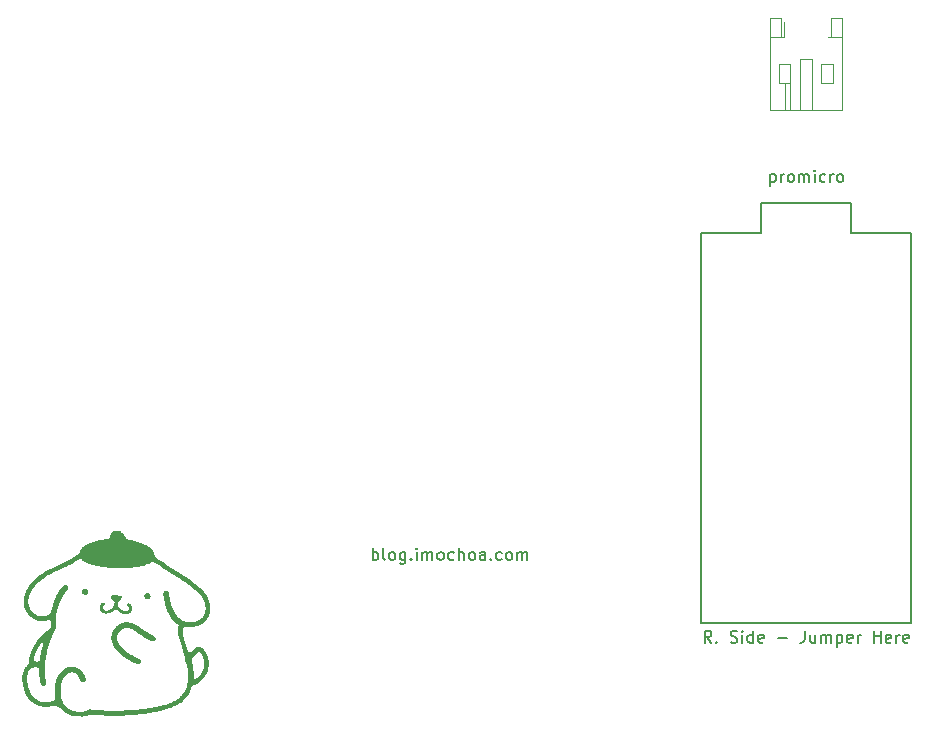
<source format=gbr>
%TF.GenerationSoftware,KiCad,Pcbnew,9.0.5*%
%TF.CreationDate,2025-10-18T21:30:00+02:00*%
%TF.ProjectId,shield-pcb,73686965-6c64-42d7-9063-622e6b696361,1.2*%
%TF.SameCoordinates,Original*%
%TF.FileFunction,Legend,Top*%
%TF.FilePolarity,Positive*%
%FSLAX46Y46*%
G04 Gerber Fmt 4.6, Leading zero omitted, Abs format (unit mm)*
G04 Created by KiCad (PCBNEW 9.0.5) date 2025-10-18 21:30:00*
%MOMM*%
%LPD*%
G01*
G04 APERTURE LIST*
%ADD10C,0.000000*%
%ADD11C,0.150000*%
%ADD12C,0.120000*%
G04 APERTURE END LIST*
D10*
G36*
X182540396Y-150208280D02*
G01*
X182575751Y-150210811D01*
X182662732Y-150220790D01*
X182762811Y-150235880D01*
X182865668Y-150254343D01*
X182960984Y-150274443D01*
X183002590Y-150284564D01*
X183038441Y-150294444D01*
X183067247Y-150303864D01*
X183087719Y-150312609D01*
X183094753Y-150316202D01*
X183102313Y-150319823D01*
X183118742Y-150327062D01*
X183136461Y-150334152D01*
X183154924Y-150340920D01*
X183173586Y-150347191D01*
X183191900Y-150352793D01*
X183209321Y-150357551D01*
X183225303Y-150361292D01*
X183232933Y-150363000D01*
X183240703Y-150364934D01*
X183248553Y-150367073D01*
X183256425Y-150369395D01*
X183264259Y-150371878D01*
X183271998Y-150374501D01*
X183279581Y-150377241D01*
X183286951Y-150380078D01*
X183294047Y-150382989D01*
X183300812Y-150385952D01*
X183307187Y-150388947D01*
X183313111Y-150391951D01*
X183318528Y-150394943D01*
X183323376Y-150397900D01*
X183327599Y-150400802D01*
X183331136Y-150403626D01*
X183334674Y-150406548D01*
X183338896Y-150409736D01*
X183349161Y-150416789D01*
X183361460Y-150424536D01*
X183375322Y-150432730D01*
X183390275Y-150441122D01*
X183405848Y-150449465D01*
X183421570Y-150457509D01*
X183436969Y-150465009D01*
X183463014Y-150477068D01*
X183486579Y-150488457D01*
X183509151Y-150500095D01*
X183532219Y-150512898D01*
X183557272Y-150527785D01*
X183585797Y-150545673D01*
X183619284Y-150567481D01*
X183659219Y-150594125D01*
X183672349Y-150603018D01*
X183686075Y-150612084D01*
X183713724Y-150629844D01*
X183738991Y-150645620D01*
X183758703Y-150657625D01*
X183770163Y-150664170D01*
X183788072Y-150675452D01*
X183839666Y-150709749D01*
X183906341Y-150755555D01*
X183980953Y-150807909D01*
X184067174Y-150866514D01*
X184162722Y-150932263D01*
X184336553Y-151053442D01*
X184590553Y-151227009D01*
X184610632Y-151240718D01*
X184635301Y-151256113D01*
X184663590Y-151272699D01*
X184694534Y-151289980D01*
X184727165Y-151307459D01*
X184760515Y-151324640D01*
X184793617Y-151341027D01*
X184825504Y-151356125D01*
X184856468Y-151370769D01*
X184885097Y-151385370D01*
X184911438Y-151399983D01*
X184935537Y-151414664D01*
X184957441Y-151429470D01*
X184977196Y-151444455D01*
X184986283Y-151452032D01*
X184994849Y-151459675D01*
X185002902Y-151467392D01*
X185010447Y-151475188D01*
X185017489Y-151483070D01*
X185024035Y-151491047D01*
X185030090Y-151499125D01*
X185035661Y-151507310D01*
X185040752Y-151515610D01*
X185045370Y-151524031D01*
X185049521Y-151532581D01*
X185053210Y-151541267D01*
X185056443Y-151550096D01*
X185059227Y-151559074D01*
X185061566Y-151568209D01*
X185063467Y-151577507D01*
X185064935Y-151586976D01*
X185065977Y-151596622D01*
X185066597Y-151606453D01*
X185066803Y-151616475D01*
X185066563Y-151626010D01*
X185065853Y-151635552D01*
X185064686Y-151645086D01*
X185063074Y-151654592D01*
X185061031Y-151664056D01*
X185058571Y-151673458D01*
X185055706Y-151682784D01*
X185052449Y-151692014D01*
X185048815Y-151701133D01*
X185044815Y-151710124D01*
X185040463Y-151718969D01*
X185035773Y-151727650D01*
X185030756Y-151736153D01*
X185025428Y-151744458D01*
X185019800Y-151752549D01*
X185013887Y-151760409D01*
X185007700Y-151768021D01*
X185001254Y-151775368D01*
X184994561Y-151782433D01*
X184987635Y-151789199D01*
X184980489Y-151795649D01*
X184973136Y-151801765D01*
X184965589Y-151807530D01*
X184957861Y-151812929D01*
X184949966Y-151817943D01*
X184941917Y-151822555D01*
X184933726Y-151826749D01*
X184925408Y-151830507D01*
X184916975Y-151833812D01*
X184908441Y-151836648D01*
X184899818Y-151838997D01*
X184891120Y-151840842D01*
X184876506Y-151842544D01*
X184859138Y-151842950D01*
X184839439Y-151842154D01*
X184817830Y-151840247D01*
X184794733Y-151837323D01*
X184770569Y-151833475D01*
X184745760Y-151828796D01*
X184720728Y-151823380D01*
X184695894Y-151817318D01*
X184671681Y-151810704D01*
X184648509Y-151803632D01*
X184626801Y-151796194D01*
X184606978Y-151788482D01*
X184589461Y-151780591D01*
X184574674Y-151772613D01*
X184563036Y-151764642D01*
X184556442Y-151759321D01*
X184547988Y-151753033D01*
X184537996Y-151746001D01*
X184526788Y-151738448D01*
X184514688Y-151730598D01*
X184502017Y-151722673D01*
X184489098Y-151714897D01*
X184476253Y-151707493D01*
X184420889Y-151676859D01*
X184371478Y-151648556D01*
X184324448Y-151620353D01*
X184276228Y-151590017D01*
X184223245Y-151555315D01*
X184161928Y-151514015D01*
X184000003Y-151402692D01*
X183832046Y-151285725D01*
X183683859Y-151184113D01*
X183555565Y-151097929D01*
X183447288Y-151027248D01*
X183400695Y-150997745D01*
X183359153Y-150972145D01*
X183322677Y-150950458D01*
X183291283Y-150932693D01*
X183264987Y-150918860D01*
X183243803Y-150908967D01*
X183227748Y-150903025D01*
X183221648Y-150901538D01*
X183216836Y-150901042D01*
X183213940Y-150900895D01*
X183210829Y-150900463D01*
X183207539Y-150899758D01*
X183204103Y-150898793D01*
X183200556Y-150897580D01*
X183196931Y-150896131D01*
X183193262Y-150894459D01*
X183189584Y-150892575D01*
X183185931Y-150890494D01*
X183182337Y-150888226D01*
X183178836Y-150885785D01*
X183175462Y-150883183D01*
X183172250Y-150880432D01*
X183169232Y-150877544D01*
X183166444Y-150874532D01*
X183163920Y-150871409D01*
X183160827Y-150868189D01*
X183157140Y-150864894D01*
X183152906Y-150861549D01*
X183148177Y-150858180D01*
X183143001Y-150854811D01*
X183137428Y-150851466D01*
X183131508Y-150848171D01*
X183125291Y-150844951D01*
X183118825Y-150841829D01*
X183112161Y-150838832D01*
X183105348Y-150835984D01*
X183098436Y-150833309D01*
X183091474Y-150830832D01*
X183084512Y-150828579D01*
X183077600Y-150826574D01*
X183070787Y-150824842D01*
X183063308Y-150823409D01*
X183055209Y-150821514D01*
X183046565Y-150819191D01*
X183037449Y-150816475D01*
X183018101Y-150809997D01*
X182997761Y-150802353D01*
X182977024Y-150793816D01*
X182956486Y-150784659D01*
X182936742Y-150775155D01*
X182918386Y-150765576D01*
X182905124Y-150758799D01*
X182892155Y-150752731D01*
X182879230Y-150747340D01*
X182866098Y-150742590D01*
X182852506Y-150738448D01*
X182838205Y-150734880D01*
X182822942Y-150731851D01*
X182806467Y-150729328D01*
X182788529Y-150727276D01*
X182768876Y-150725661D01*
X182723421Y-150723606D01*
X182668094Y-150722891D01*
X182600886Y-150723242D01*
X182526575Y-150723548D01*
X182495530Y-150724051D01*
X182467966Y-150724896D01*
X182443441Y-150726162D01*
X182421511Y-150727930D01*
X182401733Y-150730282D01*
X182383664Y-150733296D01*
X182366859Y-150737055D01*
X182350876Y-150741639D01*
X182335271Y-150747128D01*
X182319602Y-150753603D01*
X182303423Y-150761145D01*
X182286293Y-150769834D01*
X182267768Y-150779750D01*
X182247404Y-150790976D01*
X182234625Y-150798722D01*
X182220974Y-150807603D01*
X182206573Y-150817514D01*
X182191543Y-150828348D01*
X182160078Y-150852367D01*
X182127547Y-150878817D01*
X182094916Y-150906855D01*
X182063154Y-150935636D01*
X182033227Y-150964319D01*
X182006103Y-150992058D01*
X181949723Y-151057529D01*
X181924493Y-151090563D01*
X181901237Y-151123808D01*
X181879956Y-151157272D01*
X181860651Y-151190963D01*
X181843323Y-151224888D01*
X181827972Y-151259056D01*
X181814599Y-151293476D01*
X181803206Y-151328154D01*
X181793792Y-151363100D01*
X181786358Y-151398322D01*
X181780906Y-151433828D01*
X181777436Y-151469625D01*
X181775948Y-151505722D01*
X181776445Y-151542128D01*
X181778925Y-151578849D01*
X181783391Y-151615895D01*
X181789843Y-151653274D01*
X181798281Y-151690993D01*
X181808707Y-151729061D01*
X181821121Y-151767486D01*
X181835524Y-151806276D01*
X181851917Y-151845440D01*
X181890675Y-151924919D01*
X181937402Y-152005988D01*
X181992104Y-152088713D01*
X182054787Y-152173159D01*
X182112825Y-152245560D01*
X182169847Y-152312230D01*
X182198899Y-152344293D01*
X182228804Y-152375974D01*
X182259930Y-152407624D01*
X182292647Y-152439594D01*
X182364328Y-152505893D01*
X182446799Y-152577674D01*
X182543013Y-152657739D01*
X182655919Y-152748892D01*
X182706459Y-152787182D01*
X182766152Y-152830185D01*
X182830458Y-152874875D01*
X182894839Y-152918225D01*
X182954754Y-152957210D01*
X183005666Y-152988803D01*
X183026327Y-153000882D01*
X183043034Y-153009978D01*
X183055221Y-153015713D01*
X183059442Y-153017202D01*
X183062320Y-153017708D01*
X183064346Y-153018025D01*
X183067219Y-153018953D01*
X183075318Y-153022504D01*
X183086244Y-153028089D01*
X183099626Y-153035436D01*
X183132269Y-153054320D01*
X183170270Y-153076975D01*
X183192916Y-153090775D01*
X183220474Y-153106410D01*
X183251902Y-153123335D01*
X183286157Y-153141005D01*
X183322199Y-153158872D01*
X183358984Y-153176393D01*
X183395472Y-153193020D01*
X183430620Y-153208209D01*
X183495664Y-153235637D01*
X183553006Y-153260253D01*
X183603130Y-153282469D01*
X183646520Y-153302698D01*
X183665840Y-153312196D01*
X183683659Y-153321351D01*
X183700035Y-153330216D01*
X183715030Y-153338842D01*
X183728705Y-153347281D01*
X183741119Y-153355583D01*
X183752333Y-153363801D01*
X183762407Y-153371986D01*
X183771403Y-153380189D01*
X183779380Y-153388463D01*
X183786399Y-153396858D01*
X183792520Y-153405427D01*
X183797804Y-153414220D01*
X183802312Y-153423290D01*
X183806103Y-153432687D01*
X183809238Y-153442464D01*
X183811779Y-153452672D01*
X183813784Y-153463363D01*
X183815315Y-153474587D01*
X183816432Y-153486398D01*
X183817666Y-153511981D01*
X183817970Y-153540526D01*
X183817765Y-153551305D01*
X183817122Y-153561473D01*
X183816002Y-153571115D01*
X183814365Y-153580313D01*
X183812169Y-153589151D01*
X183809375Y-153597713D01*
X183805942Y-153606083D01*
X183801830Y-153614345D01*
X183796999Y-153622581D01*
X183791408Y-153630877D01*
X183785017Y-153639315D01*
X183777786Y-153647980D01*
X183769674Y-153656954D01*
X183760642Y-153666323D01*
X183750648Y-153676168D01*
X183739653Y-153686575D01*
X183730853Y-153694360D01*
X183721942Y-153701822D01*
X183712957Y-153708937D01*
X183703934Y-153715679D01*
X183694911Y-153722025D01*
X183685926Y-153727949D01*
X183677015Y-153733427D01*
X183668215Y-153738434D01*
X183659565Y-153742944D01*
X183651100Y-153746933D01*
X183642859Y-153750377D01*
X183634878Y-153753250D01*
X183627195Y-153755528D01*
X183619846Y-153757186D01*
X183612870Y-153758199D01*
X183606303Y-153758542D01*
X183593603Y-153757814D01*
X183577930Y-153755690D01*
X183559585Y-153752263D01*
X183538867Y-153747628D01*
X183491519Y-153735102D01*
X183438293Y-153718855D01*
X183381593Y-153699631D01*
X183323827Y-153678175D01*
X183267401Y-153655231D01*
X183214720Y-153631542D01*
X183121715Y-153588072D01*
X183043369Y-153550877D01*
X182978269Y-153519288D01*
X182925001Y-153492636D01*
X182882151Y-153470249D01*
X182864191Y-153460447D01*
X182848305Y-153451460D01*
X182834316Y-153443204D01*
X182822049Y-153435597D01*
X182811326Y-153428554D01*
X182801970Y-153421992D01*
X182766350Y-153397121D01*
X182709101Y-153357963D01*
X182637961Y-153310073D01*
X182560670Y-153259009D01*
X182462563Y-153193938D01*
X182385813Y-153142460D01*
X182353997Y-153120733D01*
X182325782Y-153101102D01*
X182300586Y-153083133D01*
X182277830Y-153066392D01*
X182256935Y-153050445D01*
X182237320Y-153034857D01*
X182218406Y-153019195D01*
X182199612Y-153003024D01*
X182180360Y-152985911D01*
X182160069Y-152967421D01*
X182114052Y-152924575D01*
X182088252Y-152901251D01*
X182063617Y-152879266D01*
X182040718Y-152859165D01*
X182020126Y-152841496D01*
X182002411Y-152826804D01*
X181994811Y-152820744D01*
X181988145Y-152815633D01*
X181982482Y-152811539D01*
X181977896Y-152808531D01*
X181974457Y-152806676D01*
X181973190Y-152806202D01*
X181972236Y-152806042D01*
X181969650Y-152804798D01*
X181965138Y-152801147D01*
X181950772Y-152787124D01*
X181930006Y-152764966D01*
X181903709Y-152735663D01*
X181872749Y-152700209D01*
X181837993Y-152659595D01*
X181760570Y-152566859D01*
X181717098Y-152513527D01*
X181676321Y-152461377D01*
X181638154Y-152410250D01*
X181602514Y-152359988D01*
X181569318Y-152310433D01*
X181538481Y-152261426D01*
X181509920Y-152212810D01*
X181483551Y-152164427D01*
X181459291Y-152116119D01*
X181437055Y-152067726D01*
X181416760Y-152019092D01*
X181398322Y-151970058D01*
X181381658Y-151920465D01*
X181366684Y-151870157D01*
X181353316Y-151818974D01*
X181341470Y-151766758D01*
X181332966Y-151725963D01*
X181325033Y-151685267D01*
X181317843Y-151645761D01*
X181311572Y-151608538D01*
X181306392Y-151574688D01*
X181302477Y-151545302D01*
X181300000Y-151521474D01*
X181299356Y-151511984D01*
X181299136Y-151504292D01*
X181300097Y-151479936D01*
X181302857Y-151451024D01*
X181307229Y-151418311D01*
X181313027Y-151382551D01*
X181328158Y-151304900D01*
X181346761Y-151224098D01*
X181367349Y-151146174D01*
X181377922Y-151110175D01*
X181388433Y-151077155D01*
X181398696Y-151047868D01*
X181408525Y-151023068D01*
X181417734Y-151003508D01*
X181426136Y-150989942D01*
X181430449Y-150984715D01*
X181434640Y-150979383D01*
X181438689Y-150973989D01*
X181442574Y-150968577D01*
X181446272Y-150963189D01*
X181449763Y-150957869D01*
X181453024Y-150952662D01*
X181456034Y-150947609D01*
X181458771Y-150942754D01*
X181461214Y-150938142D01*
X181463341Y-150933814D01*
X181465129Y-150929815D01*
X181466558Y-150926189D01*
X181467605Y-150922978D01*
X181468250Y-150920226D01*
X181468414Y-150919035D01*
X181468469Y-150917976D01*
X181469486Y-150912851D01*
X181472438Y-150905557D01*
X181477176Y-150896302D01*
X181483551Y-150885299D01*
X181500616Y-150858891D01*
X181522445Y-150828017D01*
X181547845Y-150794365D01*
X181575626Y-150759622D01*
X181604598Y-150725474D01*
X181619158Y-150709151D01*
X181633570Y-150693608D01*
X181642863Y-150682537D01*
X181647299Y-150677079D01*
X181651561Y-150671714D01*
X181655625Y-150666473D01*
X181659466Y-150661388D01*
X181663058Y-150656488D01*
X181666378Y-150651805D01*
X181669400Y-150647370D01*
X181672100Y-150643214D01*
X181674452Y-150639369D01*
X181676432Y-150635864D01*
X181678016Y-150632731D01*
X181679177Y-150630002D01*
X181679893Y-150627706D01*
X181680075Y-150626731D01*
X181680136Y-150625876D01*
X181680893Y-150622605D01*
X181683115Y-150618385D01*
X181691662Y-150607326D01*
X181705195Y-150593147D01*
X181723131Y-150576299D01*
X181769880Y-150536393D01*
X181827245Y-150491203D01*
X181890563Y-150444326D01*
X181955170Y-150399359D01*
X182016405Y-150359899D01*
X182044300Y-150343358D01*
X182069603Y-150329543D01*
X182083526Y-150322452D01*
X182098244Y-150315486D01*
X182113656Y-150308669D01*
X182129663Y-150302026D01*
X182163067Y-150289359D01*
X182197661Y-150277684D01*
X182232652Y-150267200D01*
X182267247Y-150258105D01*
X182300650Y-150250597D01*
X182332070Y-150244875D01*
X182359450Y-150240733D01*
X182385615Y-150236343D01*
X182409944Y-150231853D01*
X182431818Y-150227413D01*
X182450615Y-150223171D01*
X182465717Y-150219277D01*
X182471688Y-150217507D01*
X182476503Y-150215879D01*
X182480084Y-150214412D01*
X182482353Y-150213126D01*
X182486084Y-150210864D01*
X182492407Y-150209220D01*
X182512185Y-150207677D01*
X182540396Y-150208280D01*
G37*
G36*
X181641578Y-147941457D02*
G01*
X181696603Y-147942554D01*
X181751373Y-147944669D01*
X181805285Y-147947763D01*
X181857733Y-147951800D01*
X181908112Y-147956743D01*
X181955820Y-147962553D01*
X182000249Y-147969195D01*
X182040797Y-147976630D01*
X182076858Y-147984822D01*
X182107829Y-147993733D01*
X182133103Y-148003326D01*
X182145074Y-148009738D01*
X182155602Y-148017042D01*
X182164706Y-148025202D01*
X182172406Y-148034179D01*
X182178721Y-148043935D01*
X182183672Y-148054434D01*
X182187278Y-148065638D01*
X182189558Y-148077508D01*
X182190534Y-148090008D01*
X182190224Y-148103100D01*
X182188647Y-148116746D01*
X182185825Y-148130909D01*
X182181777Y-148145550D01*
X182176522Y-148160634D01*
X182170080Y-148176121D01*
X182162472Y-148191974D01*
X182153716Y-148208156D01*
X182143833Y-148224629D01*
X182120763Y-148258297D01*
X182093420Y-148292679D01*
X182061964Y-148327473D01*
X182026550Y-148362379D01*
X181987339Y-148397096D01*
X181944487Y-148431323D01*
X181898154Y-148464759D01*
X181884306Y-148474564D01*
X181872109Y-148484260D01*
X181861523Y-148494036D01*
X181852513Y-148504083D01*
X181845040Y-148514588D01*
X181841869Y-148520072D01*
X181839069Y-148525741D01*
X181836634Y-148531620D01*
X181834560Y-148537732D01*
X181832843Y-148544100D01*
X181831478Y-148550749D01*
X181829785Y-148564981D01*
X181829444Y-148580617D01*
X181830418Y-148597848D01*
X181832669Y-148616861D01*
X181836160Y-148637846D01*
X181840854Y-148660993D01*
X181846714Y-148686489D01*
X181853703Y-148714525D01*
X181860761Y-148740764D01*
X181868821Y-148766679D01*
X181887826Y-148817428D01*
X181910490Y-148866558D01*
X181936584Y-148913856D01*
X181965877Y-148959108D01*
X181998141Y-149002099D01*
X182033145Y-149042616D01*
X182070662Y-149080445D01*
X182110460Y-149115371D01*
X182152310Y-149147182D01*
X182195984Y-149175662D01*
X182241252Y-149200599D01*
X182287883Y-149221777D01*
X182311639Y-149230890D01*
X182335650Y-149238984D01*
X182359887Y-149246031D01*
X182384322Y-149252005D01*
X182408925Y-149256879D01*
X182433670Y-149260626D01*
X182457346Y-149263190D01*
X182481398Y-149264570D01*
X182505605Y-149264821D01*
X182529746Y-149263999D01*
X182553603Y-149262161D01*
X182576954Y-149259361D01*
X182599579Y-149255656D01*
X182621259Y-149251101D01*
X182641773Y-149245752D01*
X182660901Y-149239666D01*
X182678423Y-149232897D01*
X182694119Y-149225502D01*
X182701213Y-149221587D01*
X182707768Y-149217537D01*
X182713757Y-149213358D01*
X182719151Y-149209057D01*
X182723924Y-149204641D01*
X182728047Y-149200117D01*
X182731494Y-149195493D01*
X182734236Y-149190775D01*
X182739564Y-149180120D01*
X182744436Y-149169204D01*
X182748856Y-149158052D01*
X182752827Y-149146689D01*
X182759439Y-149123431D01*
X182764300Y-149099627D01*
X182767436Y-149075475D01*
X182768876Y-149051175D01*
X182768648Y-149026924D01*
X182766780Y-149002921D01*
X182763300Y-148979365D01*
X182758235Y-148956454D01*
X182751614Y-148934386D01*
X182743464Y-148913360D01*
X182738825Y-148903300D01*
X182733813Y-148893574D01*
X182728434Y-148884208D01*
X182722690Y-148875227D01*
X182716585Y-148866655D01*
X182710122Y-148858517D01*
X182703305Y-148850838D01*
X182696137Y-148843642D01*
X182691511Y-148839119D01*
X182687158Y-148834294D01*
X182683080Y-148829190D01*
X182679278Y-148823827D01*
X182675751Y-148818228D01*
X182672501Y-148812412D01*
X182669528Y-148806401D01*
X182666834Y-148800218D01*
X182664419Y-148793882D01*
X182662283Y-148787416D01*
X182660428Y-148780840D01*
X182658855Y-148774177D01*
X182657564Y-148767447D01*
X182656555Y-148760671D01*
X182655831Y-148753872D01*
X182655390Y-148747069D01*
X182655235Y-148740286D01*
X182655367Y-148733542D01*
X182655785Y-148726860D01*
X182656490Y-148720260D01*
X182657484Y-148713764D01*
X182658767Y-148707393D01*
X182660340Y-148701168D01*
X182662203Y-148695112D01*
X182664358Y-148689244D01*
X182666806Y-148683587D01*
X182669546Y-148678162D01*
X182672580Y-148672990D01*
X182675909Y-148668093D01*
X182679533Y-148663491D01*
X182683453Y-148659206D01*
X182687670Y-148655259D01*
X182692795Y-148651439D01*
X182698238Y-148647916D01*
X182703979Y-148644689D01*
X182710002Y-148641757D01*
X182716289Y-148639120D01*
X182722821Y-148636776D01*
X182736551Y-148632968D01*
X182751051Y-148630325D01*
X182766176Y-148628842D01*
X182781786Y-148628512D01*
X182797736Y-148629330D01*
X182813885Y-148631288D01*
X182830090Y-148634382D01*
X182846208Y-148638604D01*
X182862096Y-148643948D01*
X182877613Y-148650409D01*
X182892614Y-148657979D01*
X182906959Y-148666654D01*
X182920503Y-148676426D01*
X182933445Y-148687623D01*
X182946052Y-148700519D01*
X182958287Y-148715028D01*
X182970112Y-148731062D01*
X182981492Y-148748535D01*
X182992387Y-148767360D01*
X183002762Y-148787449D01*
X183012578Y-148808717D01*
X183021799Y-148831077D01*
X183030388Y-148854440D01*
X183038307Y-148878722D01*
X183045518Y-148903835D01*
X183051986Y-148929692D01*
X183057673Y-148956206D01*
X183062540Y-148983290D01*
X183066552Y-149010859D01*
X183068569Y-149032713D01*
X183069091Y-149055317D01*
X183068162Y-149078529D01*
X183065825Y-149102206D01*
X183062124Y-149126206D01*
X183057102Y-149150385D01*
X183050803Y-149174602D01*
X183043269Y-149198713D01*
X183034546Y-149222576D01*
X183024674Y-149246049D01*
X183013699Y-149268988D01*
X183001664Y-149291251D01*
X182988612Y-149312696D01*
X182974586Y-149333179D01*
X182959630Y-149352559D01*
X182943787Y-149370692D01*
X182916484Y-149397276D01*
X182886298Y-149421442D01*
X182853420Y-149443153D01*
X182818043Y-149462370D01*
X182780360Y-149479057D01*
X182740562Y-149493178D01*
X182698841Y-149504693D01*
X182655390Y-149513567D01*
X182610402Y-149519762D01*
X182564068Y-149523241D01*
X182516580Y-149523967D01*
X182468132Y-149521902D01*
X182418914Y-149517009D01*
X182369120Y-149509251D01*
X182318941Y-149498591D01*
X182268570Y-149484992D01*
X182236606Y-149475047D01*
X182206438Y-149464958D01*
X182177826Y-149454585D01*
X182150533Y-149443784D01*
X182124318Y-149432412D01*
X182098943Y-149420327D01*
X182074170Y-149407386D01*
X182049759Y-149393447D01*
X182025473Y-149378366D01*
X182001072Y-149362003D01*
X181976317Y-149344212D01*
X181950971Y-149324853D01*
X181924793Y-149303783D01*
X181897545Y-149280858D01*
X181868989Y-149255937D01*
X181838886Y-149228876D01*
X181826992Y-149217920D01*
X181815173Y-149207312D01*
X181803502Y-149197101D01*
X181792055Y-149187336D01*
X181780905Y-149178067D01*
X181770128Y-149169344D01*
X181759796Y-149161217D01*
X181749986Y-149153734D01*
X181740771Y-149146946D01*
X181732226Y-149140902D01*
X181724425Y-149135651D01*
X181717442Y-149131244D01*
X181711353Y-149127730D01*
X181706230Y-149125159D01*
X181702150Y-149123580D01*
X181700524Y-149123178D01*
X181699186Y-149123042D01*
X181692213Y-149123443D01*
X181684774Y-149124659D01*
X181676853Y-149126712D01*
X181668428Y-149129624D01*
X181659483Y-149133416D01*
X181649998Y-149138111D01*
X181639956Y-149143730D01*
X181629336Y-149150295D01*
X181618121Y-149157826D01*
X181606293Y-149166347D01*
X181593831Y-149175879D01*
X181580719Y-149186443D01*
X181566937Y-149198062D01*
X181552466Y-149210756D01*
X181537289Y-149224548D01*
X181521386Y-149239459D01*
X181487628Y-149268703D01*
X181453037Y-149296105D01*
X181417620Y-149321659D01*
X181381389Y-149345358D01*
X181344351Y-149367198D01*
X181306516Y-149387171D01*
X181267893Y-149405271D01*
X181228493Y-149421492D01*
X181188323Y-149435828D01*
X181147394Y-149448273D01*
X181105714Y-149458820D01*
X181063293Y-149467464D01*
X181020141Y-149474197D01*
X180976266Y-149479014D01*
X180931678Y-149481909D01*
X180886386Y-149482876D01*
X180836213Y-149481925D01*
X180788809Y-149479039D01*
X180766111Y-149476855D01*
X180744065Y-149474169D01*
X180722657Y-149470975D01*
X180701873Y-149467265D01*
X180681700Y-149463035D01*
X180662124Y-149458278D01*
X180643132Y-149452987D01*
X180624709Y-149447157D01*
X180606844Y-149440781D01*
X180589521Y-149433853D01*
X180572728Y-149426367D01*
X180556451Y-149418317D01*
X180540676Y-149409697D01*
X180525390Y-149400499D01*
X180510579Y-149390719D01*
X180496230Y-149380350D01*
X180482328Y-149369385D01*
X180468861Y-149357819D01*
X180455815Y-149345645D01*
X180443176Y-149332857D01*
X180430931Y-149319449D01*
X180419067Y-149305415D01*
X180407569Y-149290748D01*
X180396424Y-149275442D01*
X180385618Y-149259492D01*
X180375138Y-149242891D01*
X180364971Y-149225632D01*
X180355103Y-149207709D01*
X180347771Y-149192643D01*
X180341248Y-149176849D01*
X180335522Y-149160381D01*
X180330584Y-149143291D01*
X180326422Y-149125635D01*
X180323026Y-149107464D01*
X180318491Y-149069795D01*
X180316896Y-149030712D01*
X180318157Y-148990643D01*
X180322189Y-148950016D01*
X180328909Y-148909259D01*
X180338234Y-148868799D01*
X180350080Y-148829065D01*
X180364363Y-148790485D01*
X180380999Y-148753485D01*
X180399905Y-148718495D01*
X180420997Y-148685942D01*
X180432336Y-148670713D01*
X180444191Y-148656254D01*
X180456550Y-148642618D01*
X180469403Y-148629859D01*
X180479022Y-148620823D01*
X180488110Y-148612739D01*
X180496783Y-148605567D01*
X180505155Y-148599266D01*
X180513341Y-148593796D01*
X180521456Y-148589117D01*
X180529614Y-148585188D01*
X180537930Y-148581969D01*
X180546520Y-148579420D01*
X180555496Y-148577500D01*
X180564975Y-148576170D01*
X180575071Y-148575388D01*
X180585899Y-148575114D01*
X180597573Y-148575309D01*
X180610209Y-148575932D01*
X180623920Y-148576942D01*
X180637900Y-148578167D01*
X180650531Y-148579497D01*
X180661904Y-148580989D01*
X180672107Y-148582697D01*
X180676799Y-148583650D01*
X180681232Y-148584678D01*
X180685417Y-148585789D01*
X180689367Y-148586988D01*
X180693092Y-148588284D01*
X180696603Y-148589683D01*
X180699912Y-148591192D01*
X180703030Y-148592817D01*
X180705968Y-148594567D01*
X180708738Y-148596448D01*
X180711350Y-148598467D01*
X180713816Y-148600631D01*
X180716147Y-148602947D01*
X180718355Y-148605421D01*
X180720450Y-148608062D01*
X180722444Y-148610875D01*
X180724348Y-148613868D01*
X180726173Y-148617048D01*
X180727931Y-148620422D01*
X180729633Y-148623997D01*
X180731290Y-148627779D01*
X180732913Y-148631776D01*
X180736103Y-148640442D01*
X180738998Y-148649643D01*
X180741304Y-148658285D01*
X180742977Y-148666506D01*
X180743974Y-148674441D01*
X180744252Y-148682228D01*
X180743768Y-148690002D01*
X180742477Y-148697901D01*
X180740336Y-148706059D01*
X180737303Y-148714615D01*
X180733333Y-148723704D01*
X180728384Y-148733462D01*
X180722411Y-148744027D01*
X180715371Y-148755534D01*
X180707222Y-148768121D01*
X180697919Y-148781922D01*
X180687420Y-148797076D01*
X180669807Y-148822251D01*
X180654272Y-148846967D01*
X180640808Y-148871211D01*
X180634851Y-148883153D01*
X180629410Y-148894972D01*
X180624483Y-148906667D01*
X180620070Y-148918236D01*
X180616170Y-148929679D01*
X180612782Y-148940993D01*
X180609906Y-148952176D01*
X180607541Y-148963228D01*
X180605686Y-148974146D01*
X180604340Y-148984930D01*
X180603503Y-148995577D01*
X180603174Y-149006086D01*
X180603351Y-149016456D01*
X180604035Y-149026684D01*
X180605224Y-149036770D01*
X180606917Y-149046712D01*
X180609114Y-149056508D01*
X180611815Y-149066157D01*
X180615018Y-149075657D01*
X180618722Y-149085006D01*
X180622927Y-149094204D01*
X180627632Y-149103248D01*
X180632836Y-149112137D01*
X180638539Y-149120870D01*
X180644739Y-149129444D01*
X180651436Y-149137859D01*
X180664920Y-149152700D01*
X180679534Y-149166273D01*
X180695217Y-149178588D01*
X180711910Y-149189655D01*
X180729552Y-149199483D01*
X180748081Y-149208082D01*
X180767439Y-149215462D01*
X180787564Y-149221633D01*
X180808396Y-149226603D01*
X180829875Y-149230383D01*
X180851939Y-149232982D01*
X180874530Y-149234411D01*
X180897585Y-149234679D01*
X180921045Y-149233795D01*
X180968936Y-149228611D01*
X181017721Y-149218938D01*
X181066915Y-149204852D01*
X181116034Y-149186432D01*
X181164596Y-149163755D01*
X181212115Y-149136898D01*
X181258110Y-149105939D01*
X181280384Y-149088946D01*
X181302095Y-149070956D01*
X181323183Y-149051979D01*
X181343587Y-149032026D01*
X181367151Y-149007368D01*
X181389426Y-148982602D01*
X181410411Y-148957719D01*
X181430106Y-148932708D01*
X181448511Y-148907561D01*
X181465626Y-148882268D01*
X181481451Y-148856819D01*
X181495987Y-148831207D01*
X181509232Y-148805421D01*
X181521188Y-148779452D01*
X181531854Y-148753291D01*
X181541230Y-148726928D01*
X181549317Y-148700355D01*
X181556113Y-148673561D01*
X181561620Y-148646538D01*
X181565837Y-148619276D01*
X181569872Y-148584028D01*
X181571194Y-148569372D01*
X181571922Y-148556371D01*
X181572032Y-148550416D01*
X181571955Y-148544784D01*
X181571680Y-148539445D01*
X181571194Y-148534369D01*
X181570485Y-148529526D01*
X181569541Y-148524884D01*
X181568348Y-148520415D01*
X181566895Y-148516088D01*
X181565169Y-148511872D01*
X181563158Y-148507738D01*
X181560849Y-148503655D01*
X181558230Y-148499593D01*
X181555288Y-148495522D01*
X181552012Y-148491411D01*
X181548389Y-148487230D01*
X181544405Y-148482949D01*
X181535310Y-148473967D01*
X181524628Y-148464222D01*
X181512258Y-148453472D01*
X181498103Y-148441476D01*
X181463302Y-148411203D01*
X181431825Y-148382945D01*
X181403523Y-148356486D01*
X181378247Y-148331607D01*
X181355848Y-148308094D01*
X181336178Y-148285727D01*
X181319088Y-148264291D01*
X181304428Y-148243567D01*
X181297963Y-148233405D01*
X181292050Y-148223340D01*
X181286671Y-148213345D01*
X181281806Y-148203392D01*
X181277437Y-148193455D01*
X181273546Y-148183506D01*
X181270114Y-148173518D01*
X181267122Y-148163465D01*
X181264551Y-148153318D01*
X181262384Y-148143052D01*
X181259184Y-148122049D01*
X181257374Y-148100241D01*
X181256803Y-148077409D01*
X181257136Y-148062194D01*
X181258180Y-148048256D01*
X181259998Y-148035533D01*
X181261219Y-148029608D01*
X181262657Y-148023963D01*
X181264322Y-148018592D01*
X181266221Y-148013486D01*
X181268363Y-148008636D01*
X181270756Y-148004037D01*
X181273407Y-147999679D01*
X181276326Y-147995556D01*
X181279520Y-147991659D01*
X181282997Y-147987980D01*
X181286766Y-147984512D01*
X181290834Y-147981248D01*
X181295210Y-147978178D01*
X181299901Y-147975296D01*
X181304917Y-147972595D01*
X181310265Y-147970065D01*
X181315953Y-147967699D01*
X181321990Y-147965490D01*
X181335141Y-147961511D01*
X181349784Y-147958065D01*
X181365983Y-147955091D01*
X181383803Y-147952525D01*
X181431030Y-147947980D01*
X181481025Y-147944638D01*
X181533185Y-147942461D01*
X181586904Y-147941413D01*
X181641578Y-147941457D01*
G37*
G36*
X184377144Y-147739093D02*
G01*
X184388941Y-147740595D01*
X184400985Y-147742866D01*
X184413365Y-147745915D01*
X184426166Y-147749752D01*
X184439476Y-147754386D01*
X184453381Y-147759826D01*
X184467968Y-147766082D01*
X184483324Y-147773162D01*
X184499536Y-147781076D01*
X184515216Y-147789690D01*
X184529727Y-147798894D01*
X184543091Y-147808730D01*
X184555330Y-147819242D01*
X184566464Y-147830473D01*
X184576517Y-147842467D01*
X184585509Y-147855268D01*
X184593463Y-147868917D01*
X184600399Y-147883460D01*
X184606341Y-147898939D01*
X184611308Y-147915398D01*
X184615324Y-147932881D01*
X184618410Y-147951429D01*
X184620587Y-147971088D01*
X184621877Y-147991900D01*
X184622303Y-148013909D01*
X184622171Y-148030277D01*
X184621749Y-148045333D01*
X184620991Y-148059204D01*
X184619855Y-148072018D01*
X184618298Y-148083902D01*
X184616275Y-148094983D01*
X184613744Y-148105388D01*
X184612274Y-148110377D01*
X184610661Y-148115244D01*
X184608899Y-148120006D01*
X184606983Y-148124679D01*
X184604907Y-148129278D01*
X184602666Y-148133819D01*
X184597667Y-148142792D01*
X184591942Y-148151724D01*
X184585448Y-148160743D01*
X184578143Y-148169976D01*
X184569981Y-148179550D01*
X184560920Y-148189593D01*
X184550663Y-148200445D01*
X184541172Y-148210036D01*
X184532220Y-148218442D01*
X184523581Y-148225741D01*
X184515029Y-148232011D01*
X184506337Y-148237329D01*
X184497280Y-148241773D01*
X184487630Y-148245420D01*
X184477162Y-148248347D01*
X184465649Y-148250633D01*
X184452865Y-148252354D01*
X184438583Y-148253589D01*
X184422577Y-148254414D01*
X184404621Y-148254908D01*
X184361953Y-148255209D01*
X184339070Y-148255147D01*
X184318690Y-148254908D01*
X184300585Y-148254414D01*
X184284529Y-148253589D01*
X184277200Y-148253027D01*
X184270297Y-148252354D01*
X184263794Y-148251559D01*
X184257662Y-148250633D01*
X184251872Y-148249565D01*
X184246397Y-148248347D01*
X184241207Y-148246968D01*
X184236276Y-148245420D01*
X184231574Y-148243691D01*
X184227073Y-148241773D01*
X184222745Y-148239655D01*
X184218561Y-148237329D01*
X184214494Y-148234784D01*
X184210515Y-148232011D01*
X184206595Y-148229000D01*
X184202707Y-148225741D01*
X184198822Y-148222225D01*
X184194911Y-148218442D01*
X184190948Y-148214382D01*
X184186902Y-148210036D01*
X184178453Y-148200445D01*
X184169336Y-148189593D01*
X184156509Y-148173904D01*
X184145003Y-148158537D01*
X184134799Y-148143418D01*
X184125878Y-148128474D01*
X184118223Y-148113628D01*
X184111814Y-148098807D01*
X184106633Y-148083937D01*
X184102661Y-148068942D01*
X184099880Y-148053749D01*
X184098271Y-148038284D01*
X184097815Y-148022471D01*
X184098494Y-148006236D01*
X184100289Y-147989505D01*
X184103182Y-147972204D01*
X184107154Y-147954258D01*
X184112186Y-147935592D01*
X184118114Y-147917734D01*
X184124783Y-147900676D01*
X184132190Y-147884423D01*
X184140332Y-147868983D01*
X184149205Y-147854362D01*
X184158807Y-147840565D01*
X184169134Y-147827600D01*
X184180184Y-147815471D01*
X184191954Y-147804186D01*
X184204439Y-147793751D01*
X184217638Y-147784171D01*
X184231546Y-147775453D01*
X184246162Y-147767604D01*
X184261482Y-147760628D01*
X184277502Y-147754534D01*
X184294220Y-147749326D01*
X184306711Y-147745706D01*
X184318843Y-147742790D01*
X184330701Y-147740587D01*
X184342374Y-147739106D01*
X184353947Y-147738358D01*
X184365508Y-147738350D01*
X184377144Y-147739093D01*
G37*
G36*
X179110000Y-147390000D02*
G01*
X179135853Y-147392634D01*
X179160513Y-147397278D01*
X179183950Y-147403813D01*
X179206131Y-147412121D01*
X179227024Y-147422086D01*
X179246599Y-147433588D01*
X179264822Y-147446510D01*
X179281662Y-147460735D01*
X179297087Y-147476144D01*
X179311066Y-147492619D01*
X179323567Y-147510043D01*
X179334558Y-147528299D01*
X179344007Y-147547267D01*
X179351883Y-147566831D01*
X179358153Y-147586872D01*
X179362786Y-147607273D01*
X179365751Y-147627915D01*
X179367014Y-147648682D01*
X179366546Y-147669455D01*
X179364312Y-147690116D01*
X179360283Y-147710548D01*
X179354426Y-147730633D01*
X179346710Y-147750252D01*
X179337102Y-147769289D01*
X179325571Y-147787625D01*
X179312085Y-147805142D01*
X179296613Y-147821723D01*
X179279122Y-147837249D01*
X179259580Y-147851604D01*
X179237957Y-147864669D01*
X179214220Y-147876326D01*
X179199734Y-147882679D01*
X179186339Y-147888257D01*
X179173887Y-147893078D01*
X179162229Y-147897162D01*
X179151216Y-147900526D01*
X179140699Y-147903189D01*
X179130529Y-147905171D01*
X179120557Y-147906488D01*
X179110636Y-147907161D01*
X179100614Y-147907208D01*
X179090345Y-147906646D01*
X179079679Y-147905496D01*
X179068468Y-147903775D01*
X179056561Y-147901503D01*
X179043812Y-147898697D01*
X179030070Y-147895376D01*
X179005068Y-147887785D01*
X178981655Y-147879298D01*
X178959837Y-147869912D01*
X178939615Y-147859624D01*
X178930104Y-147854140D01*
X178920994Y-147848430D01*
X178912284Y-147842493D01*
X178903975Y-147836328D01*
X178896068Y-147829935D01*
X178888562Y-147823314D01*
X178881459Y-147816465D01*
X178874759Y-147809386D01*
X178868462Y-147802078D01*
X178862568Y-147794540D01*
X178857078Y-147786772D01*
X178851992Y-147778773D01*
X178847311Y-147770543D01*
X178843035Y-147762082D01*
X178839165Y-147753389D01*
X178835700Y-147744464D01*
X178832641Y-147735306D01*
X178829989Y-147725916D01*
X178827744Y-147716292D01*
X178825906Y-147706434D01*
X178824476Y-147696343D01*
X178823454Y-147686016D01*
X178822841Y-147675455D01*
X178822636Y-147664659D01*
X178822814Y-147654913D01*
X178823344Y-147645133D01*
X178824216Y-147635334D01*
X178825422Y-147625530D01*
X178826954Y-147615737D01*
X178828803Y-147605970D01*
X178830961Y-147596244D01*
X178833418Y-147586574D01*
X178839198Y-147567464D01*
X178846077Y-147548759D01*
X178853984Y-147530582D01*
X178862853Y-147513053D01*
X178872615Y-147496292D01*
X178883201Y-147480422D01*
X178888782Y-147472858D01*
X178894544Y-147465562D01*
X178900478Y-147458549D01*
X178906575Y-147451834D01*
X178912828Y-147445433D01*
X178919227Y-147439359D01*
X178925764Y-147433629D01*
X178932430Y-147428258D01*
X178939217Y-147423260D01*
X178946117Y-147418650D01*
X178953121Y-147414445D01*
X178960220Y-147410659D01*
X178964947Y-147408677D01*
X178970357Y-147406711D01*
X178976386Y-147404775D01*
X178982974Y-147402887D01*
X178997576Y-147399311D01*
X179013666Y-147396107D01*
X179030748Y-147393399D01*
X179048326Y-147391311D01*
X179065905Y-147389968D01*
X179074539Y-147389614D01*
X179082987Y-147389492D01*
X179110000Y-147390000D01*
G37*
G36*
X181796553Y-142459777D02*
G01*
X181871463Y-142462716D01*
X181902407Y-142464413D01*
X181929903Y-142466622D01*
X181954621Y-142469613D01*
X181977230Y-142473654D01*
X181998401Y-142479017D01*
X182008656Y-142482277D01*
X182018803Y-142485970D01*
X182039106Y-142494783D01*
X182059979Y-142505726D01*
X182082092Y-142519070D01*
X182106116Y-142535083D01*
X182132719Y-142554035D01*
X182162571Y-142576197D01*
X182234703Y-142631226D01*
X182250595Y-142645107D01*
X182268669Y-142663398D01*
X182288579Y-142685595D01*
X182309977Y-142711197D01*
X182332516Y-142739700D01*
X182355849Y-142770604D01*
X182403507Y-142837601D01*
X182450173Y-142908171D01*
X182493069Y-142978293D01*
X182512234Y-143011932D01*
X182529416Y-143043951D01*
X182544265Y-143073850D01*
X182556436Y-143101126D01*
X182564317Y-143118236D01*
X182573051Y-143133926D01*
X182582895Y-143148314D01*
X182594107Y-143161517D01*
X182606942Y-143173654D01*
X182621660Y-143184842D01*
X182638518Y-143195199D01*
X182657772Y-143204843D01*
X182679680Y-143213891D01*
X182704500Y-143222462D01*
X182732488Y-143230674D01*
X182763903Y-143238643D01*
X182799001Y-143246489D01*
X182838040Y-143254328D01*
X182928970Y-143270460D01*
X183070432Y-143296514D01*
X183212446Y-143327589D01*
X183354125Y-143363296D01*
X183494583Y-143403247D01*
X183632932Y-143447056D01*
X183768286Y-143494334D01*
X183899758Y-143544694D01*
X184026462Y-143597749D01*
X184147509Y-143653110D01*
X184262015Y-143710391D01*
X184369092Y-143769204D01*
X184467853Y-143829160D01*
X184557411Y-143889873D01*
X184636881Y-143950955D01*
X184705374Y-144012018D01*
X184762004Y-144072675D01*
X184777657Y-144092595D01*
X184793571Y-144114852D01*
X184809610Y-144139155D01*
X184825635Y-144165214D01*
X184841512Y-144192735D01*
X184857104Y-144221429D01*
X184872274Y-144251004D01*
X184886886Y-144281167D01*
X184900804Y-144311629D01*
X184913890Y-144342096D01*
X184926009Y-144372278D01*
X184937025Y-144401884D01*
X184946800Y-144430621D01*
X184955198Y-144458199D01*
X184962083Y-144484325D01*
X184967319Y-144508709D01*
X184974472Y-144539494D01*
X184984360Y-144569452D01*
X184997485Y-144599043D01*
X185014349Y-144628731D01*
X185035454Y-144658976D01*
X185061304Y-144690242D01*
X185092400Y-144722990D01*
X185129244Y-144757682D01*
X185172339Y-144794780D01*
X185222187Y-144834746D01*
X185279291Y-144878042D01*
X185344152Y-144925130D01*
X185499156Y-145032531D01*
X185691219Y-145160642D01*
X186051053Y-145397709D01*
X186142036Y-145458299D01*
X186242347Y-145522064D01*
X186374010Y-145602497D01*
X186559052Y-145713092D01*
X186685953Y-145789755D01*
X186812259Y-145867609D01*
X186923086Y-145937525D01*
X186968045Y-145966654D01*
X187003553Y-145990376D01*
X187070029Y-146032742D01*
X187140078Y-146076894D01*
X187205363Y-146117475D01*
X187257553Y-146149126D01*
X187268557Y-146155097D01*
X187279310Y-146161078D01*
X187289760Y-146167027D01*
X187299853Y-146172905D01*
X187318758Y-146184287D01*
X187335605Y-146194899D01*
X187349971Y-146204419D01*
X187356092Y-146208670D01*
X187361435Y-146212526D01*
X187365947Y-146215949D01*
X187369575Y-146218897D01*
X187372267Y-146221331D01*
X187373969Y-146223209D01*
X187381237Y-146228749D01*
X187397583Y-146240142D01*
X187453344Y-146277713D01*
X187532918Y-146330365D01*
X187627969Y-146392543D01*
X187677483Y-146424251D01*
X187725236Y-146455315D01*
X187770063Y-146484890D01*
X187810796Y-146512134D01*
X187846271Y-146536203D01*
X187875321Y-146556253D01*
X187896781Y-146571442D01*
X187909485Y-146580925D01*
X187918642Y-146588020D01*
X187929958Y-146596404D01*
X187943009Y-146605780D01*
X187957375Y-146615851D01*
X187972635Y-146626319D01*
X187988365Y-146636885D01*
X188004145Y-146647254D01*
X188019553Y-146657126D01*
X188107853Y-146714392D01*
X188205654Y-146784258D01*
X188312335Y-146866229D01*
X188427275Y-146959809D01*
X188549856Y-147064501D01*
X188679456Y-147179810D01*
X188815456Y-147305239D01*
X188957235Y-147440292D01*
X189036522Y-147519564D01*
X189111607Y-147600894D01*
X189182408Y-147684110D01*
X189248840Y-147769037D01*
X189310819Y-147855502D01*
X189368262Y-147943331D01*
X189421085Y-148032351D01*
X189469205Y-148122388D01*
X189512537Y-148213268D01*
X189550999Y-148304818D01*
X189584505Y-148396864D01*
X189612973Y-148489233D01*
X189636319Y-148581750D01*
X189654459Y-148674243D01*
X189667310Y-148766537D01*
X189674787Y-148858459D01*
X189676974Y-148907586D01*
X189677995Y-148957190D01*
X189677875Y-149007055D01*
X189676639Y-149056963D01*
X189674311Y-149106697D01*
X189670917Y-149156041D01*
X189666481Y-149204777D01*
X189661028Y-149252688D01*
X189654583Y-149299558D01*
X189647170Y-149345168D01*
X189638815Y-149389303D01*
X189629542Y-149431745D01*
X189619376Y-149472277D01*
X189608342Y-149510682D01*
X189596465Y-149546743D01*
X189583769Y-149580242D01*
X189573686Y-149606043D01*
X189564223Y-149630678D01*
X189555604Y-149653577D01*
X189548051Y-149674169D01*
X189541788Y-149691884D01*
X189537038Y-149706151D01*
X189534024Y-149716399D01*
X189533238Y-149719838D01*
X189532970Y-149722059D01*
X189532506Y-149724377D01*
X189531147Y-149728103D01*
X189525925Y-149739455D01*
X189517677Y-149755471D01*
X189506776Y-149775505D01*
X189493592Y-149798912D01*
X189478498Y-149825048D01*
X189444068Y-149882925D01*
X189425958Y-149911350D01*
X189406638Y-149940162D01*
X189386239Y-149969204D01*
X189364892Y-149998317D01*
X189342726Y-150027343D01*
X189319872Y-150056124D01*
X189296459Y-150084502D01*
X189272619Y-150112319D01*
X189248481Y-150139417D01*
X189224175Y-150165637D01*
X189199833Y-150190821D01*
X189175583Y-150214812D01*
X189151557Y-150237451D01*
X189127884Y-150258580D01*
X189104695Y-150278041D01*
X189082120Y-150295675D01*
X189058758Y-150312432D01*
X189031853Y-150330013D01*
X189001878Y-150348202D01*
X188969307Y-150366782D01*
X188898279Y-150404246D01*
X188822563Y-150440667D01*
X188745953Y-150474310D01*
X188672246Y-150503439D01*
X188637667Y-150515768D01*
X188605236Y-150526318D01*
X188575429Y-150534870D01*
X188548719Y-150541209D01*
X188521095Y-150546616D01*
X188491238Y-150553115D01*
X188460092Y-150560408D01*
X188428598Y-150568196D01*
X188368340Y-150584071D01*
X188318004Y-150598359D01*
X188285898Y-150607599D01*
X188251262Y-150614730D01*
X188211368Y-150619827D01*
X188163486Y-150622965D01*
X188104889Y-150624218D01*
X188032848Y-150623660D01*
X187944634Y-150621365D01*
X187837519Y-150617409D01*
X187460753Y-150602592D01*
X187401486Y-150691493D01*
X187383138Y-150720059D01*
X187375580Y-150733099D01*
X187369008Y-150745798D01*
X187363354Y-150758522D01*
X187358549Y-150771636D01*
X187354525Y-150785507D01*
X187351215Y-150800501D01*
X187348549Y-150816982D01*
X187346461Y-150835318D01*
X187344880Y-150855874D01*
X187343740Y-150879016D01*
X187342508Y-150934520D01*
X187342219Y-151004759D01*
X187342562Y-151078106D01*
X187344567Y-151139101D01*
X187346650Y-151167059D01*
X187349698Y-151194440D01*
X187353893Y-151222082D01*
X187359417Y-151250821D01*
X187366455Y-151281495D01*
X187375189Y-151314941D01*
X187398477Y-151393498D01*
X187430743Y-151493188D01*
X187473453Y-151620709D01*
X187572076Y-151921044D01*
X187654428Y-152178715D01*
X187719317Y-152390745D01*
X187744841Y-152478715D01*
X187765552Y-152554159D01*
X187775031Y-152586506D01*
X187785223Y-152616088D01*
X187790592Y-152629845D01*
X187796146Y-152642916D01*
X187801888Y-152655302D01*
X187807820Y-152667003D01*
X187813944Y-152678023D01*
X187820262Y-152688362D01*
X187826778Y-152698022D01*
X187833492Y-152707005D01*
X187840409Y-152715312D01*
X187847529Y-152722944D01*
X187854855Y-152729904D01*
X187862390Y-152736192D01*
X187870136Y-152741811D01*
X187878094Y-152746761D01*
X187886269Y-152751045D01*
X187894661Y-152754663D01*
X187903273Y-152757618D01*
X187912108Y-152759912D01*
X187921167Y-152761544D01*
X187930454Y-152762518D01*
X187939970Y-152762835D01*
X187949718Y-152762495D01*
X187959700Y-152761502D01*
X187969918Y-152759856D01*
X187980376Y-152757558D01*
X187991074Y-152754612D01*
X188002015Y-152751017D01*
X188013203Y-152746775D01*
X188017405Y-152744604D01*
X188022810Y-152741306D01*
X188036883Y-152731595D01*
X188054726Y-152718163D01*
X188075645Y-152701532D01*
X188098945Y-152682221D01*
X188123931Y-152660753D01*
X188149910Y-152637647D01*
X188176187Y-152613425D01*
X188216739Y-152575698D01*
X188255834Y-152540309D01*
X188293453Y-152507265D01*
X188329578Y-152476570D01*
X188364190Y-152448232D01*
X188397270Y-152422256D01*
X188428800Y-152398649D01*
X188458760Y-152377417D01*
X188487134Y-152358567D01*
X188513901Y-152342104D01*
X188539044Y-152328034D01*
X188562543Y-152316365D01*
X188584381Y-152307101D01*
X188604538Y-152300250D01*
X188613980Y-152297730D01*
X188622995Y-152295817D01*
X188631581Y-152294509D01*
X188639735Y-152293808D01*
X188686068Y-152292854D01*
X188730694Y-152294809D01*
X188752409Y-152296902D01*
X188773746Y-152299752D01*
X188794722Y-152303370D01*
X188815353Y-152307765D01*
X188835655Y-152312948D01*
X188855645Y-152318928D01*
X188875339Y-152325716D01*
X188894753Y-152333322D01*
X188913903Y-152341756D01*
X188932806Y-152351028D01*
X188951479Y-152361147D01*
X188969936Y-152372125D01*
X188988195Y-152383971D01*
X189006272Y-152396695D01*
X189024183Y-152410308D01*
X189041944Y-152424819D01*
X189077083Y-152456576D01*
X189111819Y-152492048D01*
X189146282Y-152531315D01*
X189180602Y-152574457D01*
X189214910Y-152621556D01*
X189249336Y-152672692D01*
X189285313Y-152730150D01*
X189318677Y-152786777D01*
X189349492Y-152842784D01*
X189377824Y-152898382D01*
X189403737Y-152953781D01*
X189427297Y-153009192D01*
X189448569Y-153064827D01*
X189467617Y-153120896D01*
X189484508Y-153177610D01*
X189499305Y-153235179D01*
X189512075Y-153293816D01*
X189522882Y-153353729D01*
X189531792Y-153415131D01*
X189538869Y-153478232D01*
X189544179Y-153543243D01*
X189547787Y-153610375D01*
X189550697Y-153701495D01*
X189551226Y-153780536D01*
X189550474Y-153816712D01*
X189548977Y-153851291D01*
X189546687Y-153884748D01*
X189543553Y-153917557D01*
X189539527Y-153950192D01*
X189534557Y-153983128D01*
X189528596Y-154016839D01*
X189521592Y-154051799D01*
X189504262Y-154127367D01*
X189482169Y-154213625D01*
X189450874Y-154317518D01*
X189413481Y-154419488D01*
X189370190Y-154519300D01*
X189321203Y-154616718D01*
X189266722Y-154711507D01*
X189206948Y-154803431D01*
X189142084Y-154892255D01*
X189072329Y-154977742D01*
X188997887Y-155059658D01*
X188918958Y-155137766D01*
X188835744Y-155211830D01*
X188748446Y-155281616D01*
X188657267Y-155346888D01*
X188562407Y-155407409D01*
X188464069Y-155462945D01*
X188362452Y-155513259D01*
X188332790Y-155526409D01*
X188304542Y-155538692D01*
X188278328Y-155549833D01*
X188254767Y-155559560D01*
X188234481Y-155567601D01*
X188218090Y-155573683D01*
X188211548Y-155575903D01*
X188206212Y-155577531D01*
X188202160Y-155578534D01*
X188199469Y-155578875D01*
X188196498Y-155579247D01*
X188193160Y-155580335D01*
X188189485Y-155582100D01*
X188185504Y-155584502D01*
X188176745Y-155591056D01*
X188167124Y-155599678D01*
X188156883Y-155610049D01*
X188146263Y-155621849D01*
X188135508Y-155634759D01*
X188124857Y-155648460D01*
X188114554Y-155662632D01*
X188104840Y-155676957D01*
X188095956Y-155691113D01*
X188088146Y-155704783D01*
X188081650Y-155717647D01*
X188076711Y-155729385D01*
X188074901Y-155734733D01*
X188073570Y-155739679D01*
X188072749Y-155744184D01*
X188072469Y-155748208D01*
X188071889Y-155757780D01*
X188070113Y-155769123D01*
X188062746Y-155797653D01*
X188049922Y-155834864D01*
X188031194Y-155881823D01*
X188006117Y-155939598D01*
X187974243Y-156009253D01*
X187935126Y-156091857D01*
X187888319Y-156188475D01*
X187844979Y-156271257D01*
X187796790Y-156352848D01*
X187743863Y-156433149D01*
X187686310Y-156512060D01*
X187624242Y-156589484D01*
X187557772Y-156665320D01*
X187487010Y-156739470D01*
X187412069Y-156811833D01*
X187333060Y-156882312D01*
X187250095Y-156950806D01*
X187163284Y-157017216D01*
X187072741Y-157081444D01*
X186978576Y-157143389D01*
X186880901Y-157202954D01*
X186779828Y-157260038D01*
X186675469Y-157314542D01*
X186591377Y-157352642D01*
X186478189Y-157398283D01*
X186344513Y-157448487D01*
X186198955Y-157500280D01*
X186050123Y-157550683D01*
X185906623Y-157596720D01*
X185777064Y-157635415D01*
X185670052Y-157663792D01*
X185609959Y-157677285D01*
X185540142Y-157693954D01*
X185405469Y-157727291D01*
X185292017Y-157755321D01*
X185191984Y-157779282D01*
X185103906Y-157799474D01*
X185026322Y-157816192D01*
X184957766Y-157829735D01*
X184896775Y-157840401D01*
X184841886Y-157848487D01*
X184791636Y-157854291D01*
X184762218Y-157857934D01*
X184731708Y-157862395D01*
X184701000Y-157867501D01*
X184670986Y-157873077D01*
X184642560Y-157878952D01*
X184616614Y-157884950D01*
X184594042Y-157890899D01*
X184575736Y-157896625D01*
X184566587Y-157899870D01*
X184555127Y-157903236D01*
X184525961Y-157910218D01*
X184489602Y-157917350D01*
X184447413Y-157924407D01*
X184400760Y-157931166D01*
X184351006Y-157937405D01*
X184299516Y-157942899D01*
X184247653Y-157947426D01*
X184194257Y-157952044D01*
X184138380Y-157957778D01*
X184081710Y-157964355D01*
X184025932Y-157971502D01*
X183972734Y-157978948D01*
X183923803Y-157986418D01*
X183880825Y-157993640D01*
X183845487Y-158000341D01*
X183806862Y-158007655D01*
X183755958Y-158015191D01*
X183694984Y-158022778D01*
X183626147Y-158030240D01*
X183473714Y-158044098D01*
X183316320Y-158055376D01*
X183151716Y-158065925D01*
X182982151Y-158077864D01*
X182827270Y-158090200D01*
X182706719Y-158101941D01*
X182536869Y-158111665D01*
X182269463Y-158118610D01*
X181570864Y-158124167D01*
X180868692Y-158118610D01*
X180596821Y-158111665D01*
X180420720Y-158101941D01*
X180167997Y-158078083D01*
X179966992Y-158060303D01*
X179883629Y-158053606D01*
X179810487Y-158048326D01*
X179746666Y-158044430D01*
X179691264Y-158041881D01*
X179643377Y-158040648D01*
X179602103Y-158040695D01*
X179566541Y-158041989D01*
X179535788Y-158044494D01*
X179508941Y-158048179D01*
X179485100Y-158053007D01*
X179463360Y-158058945D01*
X179442820Y-158065959D01*
X179388845Y-158083686D01*
X179315820Y-158106175D01*
X179233270Y-158130252D01*
X179150720Y-158152742D01*
X179090804Y-158168977D01*
X179038107Y-158181416D01*
X179013000Y-158186329D01*
X178987939Y-158190433D01*
X178962339Y-158193774D01*
X178935614Y-158196398D01*
X178907177Y-158198353D01*
X178876442Y-158199685D01*
X178805736Y-158200665D01*
X178718808Y-158199710D01*
X178610970Y-158197193D01*
X178529085Y-158194414D01*
X178451988Y-158190843D01*
X178380100Y-158186477D01*
X178313843Y-158181317D01*
X178253637Y-158175364D01*
X178199906Y-158168617D01*
X178153071Y-158161076D01*
X178132371Y-158157008D01*
X178113553Y-158152742D01*
X178047643Y-158135727D01*
X177981063Y-158115738D01*
X177914086Y-158092927D01*
X177846985Y-158067447D01*
X177780033Y-158039449D01*
X177713503Y-158009086D01*
X177647667Y-157976508D01*
X177582799Y-157941869D01*
X177519171Y-157905320D01*
X177457056Y-157867012D01*
X177396727Y-157827099D01*
X177338456Y-157785731D01*
X177282518Y-157743062D01*
X177229183Y-157699242D01*
X177178727Y-157654423D01*
X177131420Y-157608759D01*
X177116865Y-157594548D01*
X177101795Y-157580506D01*
X177086241Y-157566649D01*
X177070235Y-157552997D01*
X177053807Y-157539569D01*
X177036988Y-157526382D01*
X177019810Y-157513456D01*
X177002303Y-157500808D01*
X176984498Y-157488459D01*
X176966427Y-157476425D01*
X176948120Y-157464727D01*
X176929609Y-157453382D01*
X176910924Y-157442409D01*
X176892096Y-157431826D01*
X176873156Y-157421653D01*
X176854136Y-157411908D01*
X176788619Y-157379563D01*
X176726872Y-157348408D01*
X176675840Y-157322016D01*
X176656513Y-157311722D01*
X176642470Y-157303958D01*
X176627679Y-157296217D01*
X176611158Y-157289654D01*
X176593012Y-157284257D01*
X176573347Y-157280014D01*
X176552269Y-157276911D01*
X176529881Y-157274937D01*
X176506291Y-157274079D01*
X176481603Y-157274325D01*
X176455923Y-157275663D01*
X176429356Y-157278079D01*
X176402008Y-157281562D01*
X176373984Y-157286099D01*
X176345389Y-157291678D01*
X176316329Y-157298287D01*
X176286910Y-157305912D01*
X176257236Y-157314542D01*
X176220757Y-157325675D01*
X176180904Y-157335345D01*
X176137281Y-157343675D01*
X176089491Y-157350789D01*
X176037136Y-157356813D01*
X175979821Y-157361869D01*
X175917148Y-157366081D01*
X175848720Y-157369574D01*
X175767832Y-157372811D01*
X175699296Y-157374436D01*
X175668684Y-157374574D01*
X175639988Y-157374225D01*
X175612818Y-157373362D01*
X175586782Y-157371956D01*
X175561491Y-157369979D01*
X175536553Y-157367404D01*
X175511578Y-157364203D01*
X175486174Y-157360348D01*
X175432522Y-157350562D01*
X175372470Y-157337825D01*
X175270727Y-157311959D01*
X175171899Y-157281212D01*
X175076023Y-157245617D01*
X174983135Y-157205203D01*
X174893274Y-157160002D01*
X174806477Y-157110044D01*
X174722779Y-157055361D01*
X174642220Y-156995984D01*
X174564835Y-156931943D01*
X174490663Y-156863271D01*
X174419740Y-156789996D01*
X174352104Y-156712152D01*
X174287792Y-156629768D01*
X174226841Y-156542876D01*
X174169288Y-156451507D01*
X174115170Y-156355692D01*
X174094313Y-156315098D01*
X174073130Y-156270657D01*
X174030470Y-156172303D01*
X173988554Y-156064770D01*
X173948747Y-155952202D01*
X173912412Y-155838742D01*
X173880914Y-155728530D01*
X173855618Y-155625711D01*
X173845721Y-155578367D01*
X173837887Y-155534425D01*
X173834848Y-155512763D01*
X173830644Y-155486536D01*
X173819630Y-155424358D01*
X173806633Y-155355831D01*
X173793437Y-155288892D01*
X173777568Y-155193468D01*
X173767193Y-155097201D01*
X173762201Y-155000538D01*
X173762318Y-154960159D01*
X174165441Y-154960159D01*
X174169000Y-155071792D01*
X174178141Y-155186498D01*
X174192788Y-155303511D01*
X174212867Y-155422064D01*
X174238305Y-155541393D01*
X174269025Y-155660731D01*
X174304955Y-155779312D01*
X174346019Y-155896371D01*
X174392143Y-156011142D01*
X174443253Y-156122859D01*
X174489734Y-156211804D01*
X174539471Y-156296061D01*
X174592444Y-156375606D01*
X174648636Y-156450413D01*
X174708028Y-156520457D01*
X174770601Y-156585714D01*
X174836336Y-156646159D01*
X174905216Y-156701767D01*
X174977221Y-156752513D01*
X175052332Y-156798373D01*
X175130532Y-156839321D01*
X175211802Y-156875334D01*
X175296122Y-156906385D01*
X175383475Y-156932451D01*
X175473841Y-156953506D01*
X175567203Y-156969525D01*
X175639769Y-156979943D01*
X175699660Y-156987385D01*
X175726039Y-156989989D01*
X175750671Y-156991849D01*
X175774032Y-156992966D01*
X175796597Y-156993338D01*
X175818839Y-156992966D01*
X175841233Y-156991849D01*
X175864253Y-156989989D01*
X175888374Y-156987385D01*
X175914070Y-156984036D01*
X175941816Y-156979943D01*
X176005353Y-156969525D01*
X176044354Y-156962736D01*
X176082707Y-156955097D01*
X176120309Y-156946652D01*
X176157059Y-156937444D01*
X176192853Y-156927517D01*
X176227591Y-156916914D01*
X176261169Y-156905679D01*
X176293484Y-156893854D01*
X176324436Y-156881484D01*
X176353921Y-156868612D01*
X176381837Y-156855280D01*
X176408082Y-156841533D01*
X176432553Y-156827414D01*
X176455149Y-156812966D01*
X176475766Y-156798233D01*
X176494303Y-156783259D01*
X176511749Y-156767908D01*
X176518767Y-156760585D01*
X176524730Y-156752930D01*
X176529701Y-156744519D01*
X176533743Y-156734926D01*
X176536916Y-156723727D01*
X176539282Y-156710498D01*
X176540905Y-156694812D01*
X176541845Y-156676246D01*
X176542166Y-156654375D01*
X176541928Y-156628774D01*
X176540026Y-156564683D01*
X176536636Y-156480574D01*
X176530266Y-156295937D01*
X176526946Y-156113532D01*
X176526553Y-155938171D01*
X176528964Y-155774667D01*
X176534053Y-155627832D01*
X176541697Y-155502477D01*
X176546438Y-155449359D01*
X176551772Y-155403415D01*
X176557682Y-155365248D01*
X176564153Y-155335458D01*
X176587895Y-155243966D01*
X176607247Y-155171053D01*
X176615517Y-155140796D01*
X176622977Y-155114263D01*
X176629725Y-155091147D01*
X176635855Y-155071140D01*
X176641465Y-155053936D01*
X176646649Y-155039229D01*
X176651505Y-155026710D01*
X176656129Y-155016074D01*
X176660616Y-155007012D01*
X176665063Y-154999219D01*
X176669565Y-154992386D01*
X176674220Y-154986208D01*
X176679532Y-154978449D01*
X176685762Y-154968184D01*
X176692637Y-154955885D01*
X176699884Y-154942024D01*
X176707231Y-154927071D01*
X176714403Y-154911497D01*
X176721130Y-154895775D01*
X176727136Y-154880375D01*
X176742256Y-154844479D01*
X176760486Y-154806825D01*
X176781612Y-154767689D01*
X176805420Y-154727347D01*
X176831696Y-154686074D01*
X176860226Y-154644148D01*
X176890796Y-154601843D01*
X176923193Y-154559436D01*
X176957201Y-154517202D01*
X176992609Y-154475418D01*
X177029200Y-154434359D01*
X177066762Y-154394303D01*
X177105081Y-154355523D01*
X177143942Y-154318297D01*
X177183132Y-154282900D01*
X177222437Y-154249609D01*
X177254373Y-154223308D01*
X177284647Y-154198743D01*
X177312589Y-154176460D01*
X177337530Y-154157005D01*
X177358800Y-154140923D01*
X177375729Y-154128760D01*
X177382357Y-154124319D01*
X177387648Y-154121063D01*
X177391519Y-154119059D01*
X177392896Y-154118548D01*
X177393886Y-154118376D01*
X177395661Y-154118107D01*
X177398554Y-154117321D01*
X177407413Y-154114308D01*
X177419894Y-154109558D01*
X177435426Y-154103294D01*
X177473361Y-154087122D01*
X177494623Y-154077658D01*
X177516653Y-154067575D01*
X177549506Y-154053117D01*
X177584415Y-154039918D01*
X177621154Y-154027996D01*
X177659495Y-154017370D01*
X177699213Y-154008060D01*
X177740081Y-154000082D01*
X177781874Y-153993456D01*
X177824363Y-153988200D01*
X177867325Y-153984334D01*
X177910531Y-153981875D01*
X177953756Y-153980843D01*
X177996773Y-153981255D01*
X178039356Y-153983131D01*
X178081278Y-153986489D01*
X178122314Y-153991348D01*
X178162236Y-153997726D01*
X178208033Y-154007343D01*
X178251889Y-154018015D01*
X178293996Y-154029853D01*
X178334546Y-154042969D01*
X178373733Y-154057473D01*
X178411747Y-154073478D01*
X178448781Y-154091096D01*
X178485028Y-154110437D01*
X178520680Y-154131614D01*
X178555928Y-154154739D01*
X178590966Y-154179922D01*
X178625985Y-154207275D01*
X178661177Y-154236910D01*
X178696736Y-154268940D01*
X178732852Y-154303474D01*
X178769719Y-154340625D01*
X178802239Y-154374477D01*
X178832430Y-154407151D01*
X178860444Y-154438908D01*
X178886434Y-154470007D01*
X178910551Y-154500709D01*
X178932947Y-154531274D01*
X178953774Y-154561964D01*
X178973184Y-154593038D01*
X178991330Y-154624757D01*
X179008362Y-154657381D01*
X179024432Y-154691171D01*
X179039694Y-154726388D01*
X179054298Y-154763291D01*
X179068397Y-154802141D01*
X179082143Y-154843199D01*
X179095687Y-154886725D01*
X179105707Y-154919732D01*
X179114336Y-154949858D01*
X179121569Y-154977348D01*
X179127403Y-155002448D01*
X179131837Y-155025402D01*
X179133527Y-155036151D01*
X179134866Y-155046455D01*
X179135852Y-155056346D01*
X179136487Y-155065853D01*
X179136768Y-155075008D01*
X179136697Y-155083840D01*
X179136272Y-155092381D01*
X179135493Y-155100661D01*
X179134360Y-155108711D01*
X179132873Y-155116562D01*
X179131030Y-155124243D01*
X179128832Y-155131786D01*
X179126278Y-155139221D01*
X179123369Y-155146579D01*
X179120102Y-155153891D01*
X179116478Y-155161187D01*
X179112498Y-155168497D01*
X179108159Y-155175853D01*
X179098407Y-155190823D01*
X179087220Y-155206342D01*
X179074847Y-155221150D01*
X179061559Y-155234615D01*
X179047385Y-155246735D01*
X179032352Y-155257506D01*
X179016488Y-155266925D01*
X178999820Y-155274989D01*
X178982378Y-155281695D01*
X178964188Y-155287040D01*
X178945279Y-155291021D01*
X178925679Y-155293634D01*
X178905415Y-155294877D01*
X178884516Y-155294746D01*
X178863008Y-155293239D01*
X178840921Y-155290352D01*
X178818282Y-155286082D01*
X178795119Y-155280426D01*
X178779566Y-155275341D01*
X178764655Y-155268821D01*
X178750383Y-155260869D01*
X178736746Y-155251487D01*
X178723741Y-155240678D01*
X178711366Y-155228447D01*
X178699618Y-155214796D01*
X178688492Y-155199727D01*
X178677987Y-155183245D01*
X178668099Y-155165352D01*
X178658824Y-155146051D01*
X178650161Y-155125346D01*
X178642105Y-155103239D01*
X178634654Y-155079734D01*
X178627804Y-155054834D01*
X178621553Y-155028542D01*
X178617110Y-155010945D01*
X178611015Y-154991653D01*
X178603400Y-154970903D01*
X178594400Y-154948935D01*
X178584147Y-154925987D01*
X178572774Y-154902298D01*
X178560416Y-154878107D01*
X178547205Y-154853652D01*
X178533275Y-154829173D01*
X178518758Y-154804907D01*
X178503789Y-154781094D01*
X178488501Y-154757973D01*
X178473026Y-154735781D01*
X178457499Y-154714759D01*
X178442052Y-154695144D01*
X178426820Y-154677176D01*
X178419963Y-154669770D01*
X178412152Y-154661887D01*
X178403472Y-154653595D01*
X178394011Y-154644962D01*
X178373093Y-154626946D01*
X178350091Y-154608383D01*
X178325699Y-154589821D01*
X178300613Y-154571805D01*
X178275528Y-154554880D01*
X178251136Y-154539592D01*
X178214831Y-154517665D01*
X178198777Y-154508599D01*
X178183734Y-154500698D01*
X178169410Y-154493890D01*
X178155514Y-154488098D01*
X178141755Y-154483248D01*
X178127840Y-154479267D01*
X178113479Y-154476080D01*
X178098381Y-154473611D01*
X178082252Y-154471788D01*
X178064803Y-154470535D01*
X178045742Y-154469779D01*
X178024777Y-154469444D01*
X177975970Y-154469741D01*
X177927427Y-154470949D01*
X177906160Y-154471993D01*
X177886474Y-154473446D01*
X177868054Y-154475395D01*
X177850582Y-154477927D01*
X177833743Y-154481129D01*
X177817220Y-154485087D01*
X177800697Y-154489889D01*
X177783857Y-154495621D01*
X177766386Y-154502370D01*
X177747965Y-154510223D01*
X177728279Y-154519266D01*
X177707013Y-154529587D01*
X177658470Y-154554408D01*
X177599853Y-154586897D01*
X177544542Y-154621832D01*
X177492368Y-154659477D01*
X177443165Y-154700095D01*
X177396765Y-154743950D01*
X177353000Y-154791306D01*
X177311703Y-154842426D01*
X177272707Y-154897573D01*
X177235844Y-154957012D01*
X177200947Y-155021005D01*
X177167848Y-155089817D01*
X177136381Y-155163711D01*
X177106376Y-155242950D01*
X177077668Y-155327798D01*
X177050088Y-155418518D01*
X177023470Y-155515375D01*
X177019522Y-155538171D01*
X177015698Y-155575105D01*
X177012122Y-155624243D01*
X177008918Y-155683651D01*
X177004122Y-155825534D01*
X177002778Y-155904140D01*
X177002303Y-155985276D01*
X177002642Y-156100539D01*
X177003824Y-156194594D01*
X177004809Y-156234731D01*
X177006098Y-156270839D01*
X177007722Y-156303345D01*
X177009711Y-156332673D01*
X177012098Y-156359248D01*
X177014912Y-156383494D01*
X177018185Y-156405836D01*
X177021948Y-156426700D01*
X177026232Y-156446509D01*
X177031068Y-156465688D01*
X177036487Y-156484664D01*
X177042520Y-156503859D01*
X177051313Y-156530689D01*
X177060081Y-156559752D01*
X177068602Y-156590105D01*
X177076651Y-156620805D01*
X177084005Y-156650909D01*
X177090442Y-156679476D01*
X177095738Y-156705562D01*
X177099670Y-156728224D01*
X177101005Y-156738581D01*
X177102613Y-156748961D01*
X177104470Y-156759293D01*
X177106549Y-156769500D01*
X177108827Y-156779509D01*
X177111278Y-156789245D01*
X177113879Y-156798633D01*
X177116603Y-156807600D01*
X177119427Y-156816071D01*
X177122325Y-156823971D01*
X177125272Y-156831227D01*
X177128245Y-156837762D01*
X177131217Y-156843505D01*
X177134165Y-156848379D01*
X177137063Y-156852310D01*
X177138485Y-156853899D01*
X177139886Y-156855225D01*
X177142710Y-156858244D01*
X177145612Y-156861715D01*
X177148569Y-156865596D01*
X177151561Y-156869843D01*
X177154565Y-156874412D01*
X177157560Y-156879261D01*
X177160523Y-156884345D01*
X177163434Y-156889621D01*
X177166271Y-156895046D01*
X177169011Y-156900576D01*
X177171634Y-156906169D01*
X177174117Y-156911780D01*
X177176439Y-156917366D01*
X177178578Y-156922884D01*
X177180512Y-156928290D01*
X177182220Y-156933542D01*
X177198111Y-156977258D01*
X177218563Y-157022429D01*
X177243225Y-157068673D01*
X177271748Y-157115608D01*
X177303781Y-157162853D01*
X177338973Y-157210027D01*
X177376974Y-157256748D01*
X177417434Y-157302635D01*
X177460003Y-157347307D01*
X177504329Y-157390382D01*
X177550064Y-157431479D01*
X177596855Y-157470216D01*
X177644353Y-157506212D01*
X177692208Y-157539086D01*
X177740070Y-157568456D01*
X177787587Y-157593942D01*
X177873832Y-157636287D01*
X177945741Y-157670373D01*
X177977296Y-157684651D01*
X178006438Y-157697265D01*
X178033559Y-157708347D01*
X178059049Y-157718031D01*
X178083299Y-157726449D01*
X178106699Y-157733736D01*
X178129640Y-157740025D01*
X178152513Y-157745448D01*
X178175708Y-157750140D01*
X178199617Y-157754233D01*
X178224629Y-157757862D01*
X178251136Y-157761158D01*
X178346850Y-157772414D01*
X178436613Y-157781552D01*
X178520827Y-157788538D01*
X178599890Y-157793339D01*
X178674204Y-157795919D01*
X178744167Y-157796245D01*
X178810180Y-157794283D01*
X178872643Y-157789998D01*
X178931955Y-157783357D01*
X178988518Y-157774326D01*
X179042730Y-157762870D01*
X179094992Y-157748955D01*
X179145704Y-157732547D01*
X179195265Y-157713612D01*
X179244076Y-157692116D01*
X179292537Y-157668025D01*
X179455519Y-157581241D01*
X179652370Y-157619342D01*
X179774413Y-157636474D01*
X179960378Y-157654002D01*
X180194811Y-157671134D01*
X180462259Y-157687075D01*
X181034388Y-157712211D01*
X181308161Y-157719817D01*
X181553136Y-157723058D01*
X181789099Y-157720255D01*
X182069239Y-157712540D01*
X182681584Y-157686545D01*
X182973556Y-157670348D01*
X183229239Y-157653407D01*
X183428515Y-157636763D01*
X183551269Y-157621459D01*
X183590366Y-157614149D01*
X183636631Y-157606641D01*
X183688303Y-157599134D01*
X183743622Y-157591825D01*
X183858153Y-157578596D01*
X183913844Y-157573073D01*
X183966136Y-157568542D01*
X184068927Y-157558356D01*
X184169336Y-157547375D01*
X184214927Y-157541835D01*
X184255458Y-157536395D01*
X184289440Y-157531153D01*
X184315386Y-157526208D01*
X184341075Y-157521074D01*
X184372867Y-157515294D01*
X184449794Y-157502396D01*
X184622303Y-157475408D01*
X184663884Y-157468794D01*
X184705316Y-157461782D01*
X184745458Y-157454572D01*
X184783170Y-157447362D01*
X184817309Y-157440351D01*
X184846736Y-157433736D01*
X184870309Y-157427717D01*
X184879543Y-157424992D01*
X184886886Y-157422491D01*
X184903208Y-157418063D01*
X184924589Y-157412867D01*
X184950138Y-157407125D01*
X184978961Y-157401060D01*
X185010166Y-157394896D01*
X185042858Y-157388856D01*
X185076146Y-157383164D01*
X185109136Y-157378042D01*
X185143077Y-157372817D01*
X185179052Y-157366797D01*
X185215920Y-157360183D01*
X185252540Y-157353171D01*
X185287771Y-157345961D01*
X185320472Y-157338751D01*
X185349501Y-157331740D01*
X185373719Y-157325125D01*
X185425280Y-157310772D01*
X185486167Y-157294434D01*
X185549039Y-157278095D01*
X185606553Y-157263741D01*
X185716177Y-157236299D01*
X185813623Y-157210494D01*
X185901791Y-157185384D01*
X185983584Y-157160025D01*
X186061905Y-157133476D01*
X186139655Y-157104794D01*
X186219737Y-157073035D01*
X186305053Y-157037259D01*
X186356746Y-157015116D01*
X186406256Y-156993470D01*
X186452393Y-156972816D01*
X186493965Y-156953650D01*
X186529783Y-156936468D01*
X186558656Y-156921768D01*
X186570116Y-156915502D01*
X186579392Y-156910043D01*
X186586338Y-156905453D01*
X186590803Y-156901792D01*
X186594218Y-156898968D01*
X186598083Y-156896066D01*
X186602351Y-156893109D01*
X186606975Y-156890117D01*
X186611910Y-156887113D01*
X186617108Y-156884119D01*
X186628109Y-156878244D01*
X186639606Y-156872667D01*
X186651227Y-156867562D01*
X186662600Y-156863101D01*
X186668077Y-156861167D01*
X186673353Y-156859459D01*
X186708884Y-156845968D01*
X186749140Y-156825749D01*
X186793439Y-156799416D01*
X186841099Y-156767582D01*
X186891438Y-156730862D01*
X186943774Y-156689869D01*
X186997424Y-156645217D01*
X187051707Y-156597521D01*
X187105940Y-156547394D01*
X187159442Y-156495450D01*
X187211530Y-156442303D01*
X187261522Y-156388567D01*
X187308735Y-156334855D01*
X187352489Y-156281783D01*
X187392100Y-156229963D01*
X187426886Y-156180009D01*
X187477600Y-156099514D01*
X187524224Y-156018146D01*
X187566836Y-155935582D01*
X187605513Y-155851496D01*
X187640333Y-155765562D01*
X187671373Y-155677454D01*
X187698712Y-155586847D01*
X187722426Y-155493415D01*
X187742592Y-155396834D01*
X187759290Y-155296776D01*
X187772595Y-155192917D01*
X187782585Y-155084932D01*
X187789339Y-154972493D01*
X187792933Y-154855277D01*
X187793445Y-154732958D01*
X187790953Y-154605209D01*
X187785810Y-154469304D01*
X187779179Y-154352201D01*
X187769968Y-154246905D01*
X187757086Y-154146421D01*
X187739442Y-154043755D01*
X187715944Y-153931910D01*
X187685500Y-153803893D01*
X187647020Y-153652709D01*
X187580317Y-153387029D01*
X188096556Y-153387029D01*
X188096567Y-153394927D01*
X188096957Y-153402944D01*
X188097685Y-153411143D01*
X188099985Y-153428343D01*
X188111288Y-153493285D01*
X188124129Y-153559344D01*
X188137863Y-153623865D01*
X188151844Y-153684194D01*
X188165429Y-153737677D01*
X188177972Y-153781660D01*
X188183651Y-153799260D01*
X188188828Y-153813489D01*
X188193422Y-153824016D01*
X188197353Y-153830509D01*
X188201884Y-153840279D01*
X188206716Y-153858166D01*
X188217097Y-153916432D01*
X188228122Y-154001587D01*
X188239421Y-154109909D01*
X188250620Y-154237678D01*
X188261348Y-154381173D01*
X188271233Y-154536673D01*
X188279902Y-154700459D01*
X188294719Y-155017959D01*
X188351869Y-155037009D01*
X188360729Y-155039848D01*
X188369170Y-155041958D01*
X188377370Y-155043255D01*
X188385504Y-155043657D01*
X188393750Y-155043078D01*
X188402285Y-155041437D01*
X188411284Y-155038648D01*
X188420926Y-155034628D01*
X188431385Y-155029293D01*
X188442841Y-155022560D01*
X188455468Y-155014345D01*
X188469444Y-155004564D01*
X188484945Y-154993134D01*
X188502149Y-154979971D01*
X188542369Y-154948109D01*
X188569820Y-154925111D01*
X188597668Y-154901046D01*
X188625118Y-154876634D01*
X188651378Y-154852594D01*
X188675654Y-154829646D01*
X188697151Y-154808508D01*
X188715076Y-154789900D01*
X188722451Y-154781770D01*
X188728636Y-154774542D01*
X188739993Y-154760114D01*
X188751622Y-154745637D01*
X188763202Y-154731457D01*
X188774409Y-154717921D01*
X188794418Y-154694175D01*
X188809069Y-154677176D01*
X188818206Y-154666104D01*
X188830277Y-154649225D01*
X188861655Y-154600810D01*
X188900077Y-154537463D01*
X188942419Y-154464715D01*
X188985554Y-154388098D01*
X189026358Y-154313142D01*
X189061704Y-154245380D01*
X189088468Y-154190342D01*
X189101066Y-154159069D01*
X189112649Y-154125697D01*
X189123197Y-154090409D01*
X189132688Y-154053387D01*
X189141099Y-154014815D01*
X189148410Y-153974876D01*
X189154598Y-153933752D01*
X189159642Y-153891627D01*
X189163521Y-153848684D01*
X189166212Y-153805104D01*
X189167693Y-153761072D01*
X189167944Y-153716771D01*
X189166942Y-153672382D01*
X189164665Y-153628090D01*
X189161093Y-153584077D01*
X189156203Y-153540526D01*
X189146863Y-153478621D01*
X189134866Y-153416267D01*
X189120433Y-153353956D01*
X189103782Y-153292181D01*
X189085135Y-153231436D01*
X189064711Y-153172213D01*
X189042730Y-153115006D01*
X189019413Y-153060307D01*
X188994980Y-153008609D01*
X188969651Y-152960406D01*
X188943646Y-152916190D01*
X188917185Y-152876454D01*
X188890488Y-152841692D01*
X188877121Y-152826330D01*
X188863776Y-152812396D01*
X188850483Y-152799952D01*
X188837269Y-152789059D01*
X188824161Y-152779780D01*
X188811186Y-152772175D01*
X188788714Y-152761484D01*
X188767137Y-152753324D01*
X188756593Y-152750239D01*
X188746162Y-152747842D01*
X188735808Y-152746152D01*
X188725494Y-152745188D01*
X188715183Y-152744968D01*
X188704839Y-152745510D01*
X188694423Y-152746834D01*
X188683901Y-152748958D01*
X188673234Y-152751901D01*
X188662386Y-152755680D01*
X188651321Y-152760316D01*
X188640001Y-152765826D01*
X188628389Y-152772228D01*
X188616449Y-152779543D01*
X188591437Y-152796980D01*
X188564670Y-152818287D01*
X188535854Y-152843613D01*
X188504694Y-152873106D01*
X188470895Y-152906915D01*
X188434163Y-152945188D01*
X188394203Y-152988076D01*
X188343297Y-153043598D01*
X188298304Y-153093028D01*
X188258886Y-153136871D01*
X188224704Y-153175632D01*
X188195422Y-153209817D01*
X188170700Y-153239930D01*
X188159944Y-153253618D01*
X188150202Y-153266478D01*
X188141430Y-153278573D01*
X188133588Y-153289966D01*
X188126633Y-153300720D01*
X188120522Y-153310898D01*
X188115213Y-153320564D01*
X188110664Y-153329781D01*
X188106834Y-153338612D01*
X188103678Y-153347120D01*
X188101156Y-153355369D01*
X188099225Y-153363421D01*
X188097843Y-153371339D01*
X188096967Y-153379188D01*
X188096556Y-153387029D01*
X187580317Y-153387029D01*
X187522136Y-153155292D01*
X187457412Y-152903376D01*
X187404396Y-152703648D01*
X187381472Y-152620565D01*
X187360508Y-152547180D01*
X187341182Y-152482378D01*
X187323170Y-152425042D01*
X187262179Y-152238304D01*
X187210688Y-152078901D01*
X187168276Y-151945592D01*
X187134521Y-151837138D01*
X187109002Y-151752297D01*
X187091295Y-151689831D01*
X187080981Y-151648498D01*
X187078464Y-151635370D01*
X187077636Y-151627059D01*
X187077466Y-151622898D01*
X187076966Y-151618381D01*
X187076157Y-151613548D01*
X187075056Y-151608439D01*
X187073683Y-151603094D01*
X187072055Y-151597554D01*
X187070192Y-151591858D01*
X187068111Y-151586048D01*
X187065832Y-151580164D01*
X187063373Y-151574245D01*
X187060753Y-151568333D01*
X187057991Y-151562467D01*
X187055104Y-151556688D01*
X187052112Y-151551036D01*
X187049033Y-151545552D01*
X187045886Y-151540275D01*
X187037491Y-151526361D01*
X187029031Y-151507942D01*
X187020590Y-151485474D01*
X187012251Y-151459412D01*
X187004098Y-151430212D01*
X186996215Y-151398331D01*
X186981593Y-151328344D01*
X186969054Y-151253099D01*
X186959268Y-151176242D01*
X186952906Y-151101419D01*
X186951217Y-151065909D01*
X186950636Y-151032276D01*
X186951401Y-151000075D01*
X186953579Y-150961599D01*
X186956998Y-150918310D01*
X186961484Y-150871674D01*
X186966862Y-150823151D01*
X186972960Y-150774208D01*
X186979603Y-150726306D01*
X186986619Y-150680909D01*
X187020485Y-150469243D01*
X186895603Y-150363409D01*
X186858414Y-150330912D01*
X186817266Y-150293538D01*
X186726501Y-150207669D01*
X186630131Y-150112820D01*
X186534976Y-150016011D01*
X186447858Y-149924263D01*
X186375598Y-149844594D01*
X186347171Y-149811484D01*
X186325017Y-149784026D01*
X186309987Y-149763097D01*
X186305411Y-149755356D01*
X186302936Y-149749576D01*
X186301601Y-149744720D01*
X186299993Y-149739704D01*
X186298137Y-149734563D01*
X186296057Y-149729335D01*
X186293779Y-149724058D01*
X186291328Y-149718768D01*
X186288727Y-149713504D01*
X186286003Y-149708301D01*
X186283179Y-149703197D01*
X186280281Y-149698230D01*
X186277333Y-149693437D01*
X186274361Y-149688854D01*
X186271388Y-149684519D01*
X186268441Y-149680470D01*
X186265543Y-149676743D01*
X186262719Y-149673376D01*
X186259626Y-149669521D01*
X186255935Y-149664363D01*
X186246943Y-149650489D01*
X186236116Y-149632448D01*
X186223825Y-149610934D01*
X186210443Y-149586642D01*
X186196342Y-149560266D01*
X186181893Y-149532502D01*
X186167469Y-149504043D01*
X186153653Y-149475195D01*
X186139489Y-149446297D01*
X186111907Y-149391330D01*
X186072220Y-149313542D01*
X186054509Y-149276757D01*
X186033722Y-149228413D01*
X186010753Y-149171039D01*
X185986494Y-149107167D01*
X185961839Y-149039326D01*
X185937679Y-148970047D01*
X185914908Y-148901859D01*
X185894420Y-148837292D01*
X185875004Y-148769492D01*
X185855778Y-148696228D01*
X185818650Y-148537850D01*
X185784547Y-148371237D01*
X185754984Y-148205467D01*
X185731473Y-148049620D01*
X185715528Y-147912772D01*
X185710865Y-147854311D01*
X185708661Y-147804004D01*
X185709105Y-147762986D01*
X185712386Y-147732392D01*
X185715912Y-147717010D01*
X185720503Y-147702227D01*
X185726107Y-147688059D01*
X185732672Y-147674523D01*
X185740148Y-147661635D01*
X185748481Y-147649411D01*
X185757622Y-147637868D01*
X185767519Y-147627022D01*
X185778119Y-147616889D01*
X185789371Y-147607485D01*
X185801224Y-147598827D01*
X185813626Y-147590931D01*
X185826526Y-147583813D01*
X185839872Y-147577490D01*
X185853613Y-147571978D01*
X185867696Y-147567292D01*
X185882071Y-147563450D01*
X185896686Y-147560468D01*
X185911489Y-147558361D01*
X185926429Y-147557147D01*
X185941455Y-147556841D01*
X185956514Y-147557460D01*
X185971555Y-147559020D01*
X185986527Y-147561538D01*
X186001378Y-147565029D01*
X186016057Y-147569509D01*
X186030511Y-147574996D01*
X186044690Y-147581505D01*
X186058542Y-147589053D01*
X186072015Y-147597656D01*
X186085058Y-147607330D01*
X186097619Y-147618092D01*
X186107452Y-147627392D01*
X186116351Y-147636336D01*
X186124376Y-147645063D01*
X186131585Y-147653712D01*
X186138038Y-147662423D01*
X186143793Y-147671336D01*
X186148910Y-147680589D01*
X186153447Y-147690324D01*
X186157462Y-147700678D01*
X186161016Y-147711792D01*
X186164167Y-147723806D01*
X186166974Y-147736857D01*
X186169495Y-147751088D01*
X186171790Y-147766635D01*
X186173917Y-147783641D01*
X186175936Y-147802243D01*
X186178780Y-147829391D01*
X186182418Y-147857904D01*
X186186652Y-147886963D01*
X186191282Y-147915749D01*
X186196110Y-147943443D01*
X186200939Y-147969228D01*
X186205569Y-147992284D01*
X186209802Y-148011793D01*
X186214838Y-148031587D01*
X186220320Y-148055449D01*
X186232028Y-148111805D01*
X186243736Y-148173717D01*
X186254253Y-148234042D01*
X186259867Y-148265189D01*
X186267019Y-148300651D01*
X186275461Y-148339189D01*
X186284945Y-148379563D01*
X186295222Y-148420532D01*
X186306045Y-148460856D01*
X186317166Y-148499295D01*
X186328337Y-148534609D01*
X186338419Y-148568794D01*
X186347882Y-148602508D01*
X186356502Y-148634882D01*
X186364055Y-148665049D01*
X186370318Y-148692139D01*
X186375068Y-148715286D01*
X186376805Y-148725109D01*
X186378081Y-148733621D01*
X186378867Y-148740712D01*
X186379136Y-148746275D01*
X186379355Y-148751675D01*
X186380000Y-148757520D01*
X186381047Y-148763763D01*
X186382476Y-148770353D01*
X186384265Y-148777240D01*
X186386391Y-148784376D01*
X186388834Y-148791710D01*
X186391571Y-148799192D01*
X186394582Y-148806774D01*
X186397843Y-148814406D01*
X186401334Y-148822037D01*
X186405032Y-148829619D01*
X186408917Y-148837102D01*
X186412966Y-148844436D01*
X186417157Y-148851572D01*
X186421469Y-148858459D01*
X186425782Y-148864924D01*
X186429973Y-148871581D01*
X186434022Y-148878374D01*
X186437907Y-148885248D01*
X186441605Y-148892147D01*
X186445096Y-148899015D01*
X186448357Y-148905796D01*
X186451367Y-148912434D01*
X186454105Y-148918874D01*
X186456547Y-148925060D01*
X186458674Y-148930935D01*
X186460462Y-148936445D01*
X186461891Y-148941533D01*
X186462939Y-148946144D01*
X186463583Y-148950221D01*
X186463803Y-148953709D01*
X186464071Y-148957394D01*
X186464861Y-148962052D01*
X186466147Y-148967615D01*
X186467904Y-148974016D01*
X186472732Y-148989056D01*
X186479149Y-149006626D01*
X186486954Y-149026180D01*
X186495950Y-149047173D01*
X186505937Y-149069059D01*
X186516719Y-149091292D01*
X186536596Y-149133096D01*
X186545554Y-149152461D01*
X186553496Y-149170138D01*
X186560148Y-149185633D01*
X186565237Y-149198448D01*
X186567110Y-149203697D01*
X186568491Y-149208089D01*
X186569344Y-149211564D01*
X186569636Y-149214059D01*
X186570215Y-149217674D01*
X186571992Y-149223034D01*
X186579359Y-149239426D01*
X186592183Y-149264103D01*
X186610911Y-149297932D01*
X186667862Y-149396522D01*
X186753786Y-149542142D01*
X186759348Y-149550852D01*
X186766436Y-149561019D01*
X186784742Y-149585203D01*
X186807811Y-149613654D01*
X186834749Y-149645330D01*
X186864663Y-149679188D01*
X186896661Y-149714187D01*
X186929850Y-149749286D01*
X186963336Y-149783442D01*
X187003825Y-149822723D01*
X187045845Y-149860361D01*
X187089292Y-149896300D01*
X187134059Y-149930484D01*
X187180042Y-149962857D01*
X187227134Y-149993364D01*
X187275232Y-150021948D01*
X187324228Y-150048555D01*
X187374018Y-150073127D01*
X187424497Y-150095609D01*
X187475558Y-150115946D01*
X187527097Y-150134081D01*
X187579008Y-150149959D01*
X187631186Y-150163524D01*
X187683525Y-150174721D01*
X187735920Y-150183492D01*
X187798176Y-150191198D01*
X187859891Y-150196871D01*
X187921007Y-150200535D01*
X187981465Y-150202216D01*
X188041209Y-150201939D01*
X188100181Y-150199729D01*
X188158322Y-150195611D01*
X188215576Y-150189611D01*
X188271884Y-150181754D01*
X188327188Y-150172064D01*
X188381432Y-150160568D01*
X188434556Y-150147290D01*
X188486503Y-150132256D01*
X188537217Y-150115490D01*
X188586638Y-150097018D01*
X188634709Y-150076865D01*
X188681372Y-150055057D01*
X188726570Y-150031618D01*
X188770245Y-150006574D01*
X188812339Y-149979949D01*
X188852795Y-149951770D01*
X188891554Y-149922061D01*
X188928558Y-149890847D01*
X188963751Y-149858154D01*
X188997075Y-149824007D01*
X189028470Y-149788431D01*
X189057881Y-149751451D01*
X189085249Y-149713092D01*
X189110516Y-149673380D01*
X189133625Y-149632340D01*
X189154518Y-149589997D01*
X189173136Y-149546376D01*
X189178953Y-149531171D01*
X189185142Y-149516015D01*
X189191479Y-149501355D01*
X189197742Y-149487638D01*
X189203708Y-149475310D01*
X189209153Y-149464818D01*
X189211610Y-149460400D01*
X189213853Y-149456608D01*
X189215855Y-149453498D01*
X189217587Y-149451126D01*
X189228643Y-149430775D01*
X189238762Y-149402823D01*
X189247901Y-149368098D01*
X189256017Y-149327433D01*
X189263067Y-149281658D01*
X189269007Y-149231604D01*
X189273793Y-149178103D01*
X189277382Y-149121984D01*
X189280797Y-149005220D01*
X189280535Y-148946237D01*
X189278903Y-148887960D01*
X189275858Y-148831221D01*
X189271354Y-148776852D01*
X189265350Y-148725682D01*
X189257802Y-148678542D01*
X189250328Y-148645612D01*
X189239980Y-148609077D01*
X189227009Y-148569447D01*
X189211666Y-148527234D01*
X189194202Y-148482950D01*
X189174868Y-148437106D01*
X189153916Y-148390214D01*
X189131596Y-148342786D01*
X189083860Y-148248367D01*
X189058945Y-148202399D01*
X189033668Y-148157942D01*
X189008279Y-148115505D01*
X188983029Y-148075602D01*
X188958170Y-148038744D01*
X188933953Y-148005442D01*
X188897179Y-147959661D01*
X188856161Y-147911449D01*
X188811267Y-147861153D01*
X188762866Y-147809122D01*
X188657021Y-147701238D01*
X188541575Y-147590576D01*
X188419483Y-147479914D01*
X188293694Y-147372030D01*
X188167161Y-147269703D01*
X188042836Y-147175709D01*
X187875686Y-147055720D01*
X187693057Y-146927001D01*
X187520747Y-146807806D01*
X187384552Y-146716392D01*
X187050119Y-146496258D01*
X187012652Y-146470838D01*
X186976995Y-146447278D01*
X186943968Y-146426049D01*
X186914388Y-146407623D01*
X186889075Y-146392472D01*
X186868847Y-146381066D01*
X186860896Y-146376915D01*
X186854522Y-146373877D01*
X186849830Y-146372011D01*
X186848145Y-146371536D01*
X186846920Y-146371376D01*
X186845903Y-146371333D01*
X186844839Y-146371205D01*
X186843730Y-146370996D01*
X186842579Y-146370706D01*
X186840157Y-146369897D01*
X186837593Y-146368796D01*
X186834905Y-146367423D01*
X186832111Y-146365795D01*
X186829231Y-146363931D01*
X186826282Y-146361851D01*
X186823284Y-146359572D01*
X186820254Y-146357113D01*
X186817213Y-146354493D01*
X186814177Y-146351730D01*
X186811166Y-146348844D01*
X186808199Y-146345852D01*
X186805294Y-146342773D01*
X186802469Y-146339626D01*
X186799481Y-146336509D01*
X186795330Y-146332751D01*
X186783849Y-146323519D01*
X186768648Y-146312353D01*
X186750346Y-146299674D01*
X186729564Y-146285903D01*
X186706921Y-146271462D01*
X186683039Y-146256774D01*
X186658536Y-146242259D01*
X186631532Y-146227095D01*
X186600460Y-146209054D01*
X186530478Y-146167118D01*
X186457320Y-146122006D01*
X186389719Y-146079276D01*
X186278760Y-146007210D01*
X186184667Y-145947248D01*
X186094147Y-145890859D01*
X185993903Y-145829509D01*
X185759912Y-145682169D01*
X185472938Y-145495341D01*
X185193505Y-145308908D01*
X185075530Y-145228305D01*
X184982136Y-145162759D01*
X184958072Y-145145937D01*
X184935772Y-145131178D01*
X184915066Y-145118459D01*
X184905257Y-145112858D01*
X184895783Y-145107758D01*
X184886622Y-145103158D01*
X184877752Y-145099055D01*
X184869154Y-145095445D01*
X184860804Y-145092326D01*
X184852682Y-145089695D01*
X184844767Y-145087550D01*
X184837037Y-145085888D01*
X184829472Y-145084707D01*
X184822048Y-145084002D01*
X184814746Y-145083773D01*
X184807544Y-145084016D01*
X184800421Y-145084727D01*
X184793355Y-145085906D01*
X184786325Y-145087549D01*
X184779310Y-145089652D01*
X184772288Y-145092214D01*
X184765239Y-145095232D01*
X184758140Y-145098703D01*
X184750970Y-145102625D01*
X184743709Y-145106994D01*
X184736334Y-145111808D01*
X184728825Y-145117064D01*
X184713319Y-145128892D01*
X184682374Y-145152026D01*
X184645441Y-145176050D01*
X184603033Y-145200763D01*
X184555661Y-145225961D01*
X184503836Y-145251446D01*
X184448070Y-145277014D01*
X184326763Y-145327594D01*
X184195832Y-145376092D01*
X184059369Y-145420893D01*
X183921467Y-145460387D01*
X183853256Y-145477639D01*
X183786219Y-145492959D01*
X183606018Y-145530472D01*
X183433232Y-145560891D01*
X183260001Y-145584861D01*
X183078459Y-145603026D01*
X182880745Y-145616032D01*
X182658995Y-145624524D01*
X182405347Y-145629145D01*
X182111936Y-145630543D01*
X181825078Y-145629493D01*
X181563323Y-145624523D01*
X181322403Y-145615287D01*
X181098053Y-145601438D01*
X180886006Y-145582628D01*
X180681996Y-145558510D01*
X180481756Y-145528736D01*
X180281020Y-145492959D01*
X180157355Y-145468109D01*
X180038025Y-145441994D01*
X179923098Y-145414638D01*
X179812641Y-145386067D01*
X179706724Y-145356306D01*
X179605415Y-145325379D01*
X179508781Y-145293310D01*
X179416891Y-145260126D01*
X179329813Y-145225850D01*
X179247615Y-145190508D01*
X179170366Y-145154123D01*
X179098134Y-145116722D01*
X179030986Y-145078329D01*
X178968992Y-145038968D01*
X178912219Y-144998664D01*
X178860736Y-144957443D01*
X178849909Y-144948422D01*
X178838912Y-144939649D01*
X178827822Y-144931174D01*
X178816716Y-144923047D01*
X178805672Y-144915316D01*
X178794768Y-144908032D01*
X178784081Y-144901243D01*
X178773688Y-144895001D01*
X178763668Y-144889354D01*
X178754097Y-144884351D01*
X178745053Y-144880044D01*
X178736614Y-144876480D01*
X178728856Y-144873710D01*
X178721859Y-144871784D01*
X178718669Y-144871152D01*
X178715699Y-144870750D01*
X178712956Y-144870584D01*
X178710453Y-144870659D01*
X178699194Y-144871444D01*
X178686959Y-144872966D01*
X178673911Y-144875171D01*
X178660215Y-144878001D01*
X178646036Y-144881403D01*
X178631537Y-144885319D01*
X178616883Y-144889694D01*
X178602238Y-144894472D01*
X178587767Y-144899597D01*
X178573634Y-144905013D01*
X178560004Y-144910666D01*
X178547040Y-144916498D01*
X178534907Y-144922454D01*
X178523769Y-144928478D01*
X178513790Y-144934515D01*
X178505136Y-144940509D01*
X178498046Y-144945635D01*
X178489691Y-144951357D01*
X178480394Y-144957476D01*
X178470476Y-144963793D01*
X178460261Y-144970110D01*
X178450070Y-144976228D01*
X178440227Y-144981949D01*
X178431053Y-144987076D01*
X178387761Y-145010889D01*
X178303788Y-145058514D01*
X178060636Y-145196626D01*
X177936220Y-145266364D01*
X177813813Y-145333448D01*
X177695822Y-145396613D01*
X177584651Y-145454594D01*
X177482708Y-145506126D01*
X177392398Y-145549944D01*
X177316128Y-145584782D01*
X177256303Y-145609376D01*
X177248745Y-145612224D01*
X177241185Y-145615193D01*
X177226240Y-145621382D01*
X177211841Y-145627719D01*
X177198359Y-145633982D01*
X177186168Y-145639948D01*
X177175638Y-145645392D01*
X177167143Y-145650093D01*
X177161053Y-145653826D01*
X177153260Y-145658435D01*
X177138398Y-145665699D01*
X177090938Y-145686899D01*
X177025619Y-145714845D01*
X176949386Y-145746959D01*
X176850990Y-145789165D01*
X176726971Y-145846079D01*
X176586432Y-145913163D01*
X176438476Y-145985878D01*
X176292207Y-146059684D01*
X176156728Y-146130042D01*
X176041142Y-146192414D01*
X175954553Y-146242259D01*
X175796862Y-146339683D01*
X175656235Y-146430709D01*
X175591144Y-146474736D01*
X175528905Y-146518261D01*
X175469047Y-146561649D01*
X175411099Y-146605268D01*
X175354590Y-146649481D01*
X175299048Y-146694655D01*
X175244002Y-146741157D01*
X175188981Y-146789351D01*
X175133514Y-146839605D01*
X175077129Y-146892283D01*
X174959720Y-147006376D01*
X174880698Y-147086728D01*
X174807072Y-147166788D01*
X174738729Y-147246761D01*
X174675557Y-147326852D01*
X174617446Y-147407266D01*
X174564284Y-147488207D01*
X174515958Y-147569880D01*
X174472357Y-147652488D01*
X174433371Y-147736238D01*
X174398886Y-147821334D01*
X174368792Y-147907980D01*
X174342976Y-147996381D01*
X174321328Y-148086741D01*
X174303735Y-148179266D01*
X174290086Y-148274159D01*
X174280270Y-148371626D01*
X174276994Y-148427487D01*
X174276260Y-148483103D01*
X174278021Y-148538403D01*
X174282225Y-148593318D01*
X174288825Y-148647775D01*
X174297771Y-148701703D01*
X174309014Y-148755033D01*
X174322504Y-148807692D01*
X174338193Y-148859610D01*
X174356030Y-148910717D01*
X174375968Y-148960940D01*
X174397956Y-149010210D01*
X174421945Y-149058455D01*
X174447887Y-149105604D01*
X174475732Y-149151587D01*
X174505430Y-149196332D01*
X174536933Y-149239769D01*
X174570192Y-149281826D01*
X174605156Y-149322433D01*
X174641778Y-149361519D01*
X174680007Y-149399012D01*
X174719794Y-149434843D01*
X174761091Y-149468940D01*
X174803847Y-149501231D01*
X174848015Y-149531647D01*
X174893544Y-149560116D01*
X174940385Y-149586567D01*
X174988489Y-149610930D01*
X175037807Y-149633133D01*
X175088290Y-149653106D01*
X175139889Y-149670777D01*
X175192553Y-149686076D01*
X175236059Y-149696428D01*
X175282135Y-149704497D01*
X175330326Y-149710335D01*
X175380176Y-149713989D01*
X175431228Y-149715511D01*
X175483028Y-149714948D01*
X175535120Y-149712352D01*
X175587047Y-149707771D01*
X175638354Y-149701256D01*
X175688585Y-149692856D01*
X175737284Y-149682619D01*
X175783996Y-149670597D01*
X175828265Y-149656839D01*
X175869634Y-149641394D01*
X175907649Y-149624312D01*
X175941853Y-149605642D01*
X175973851Y-149585987D01*
X176003270Y-149566571D01*
X176030257Y-149547185D01*
X176054963Y-149527623D01*
X176077535Y-149507677D01*
X176098123Y-149487138D01*
X176116875Y-149465799D01*
X176133941Y-149443453D01*
X176149468Y-149419891D01*
X176163607Y-149394906D01*
X176176506Y-149368290D01*
X176188313Y-149339835D01*
X176199177Y-149309334D01*
X176209248Y-149276579D01*
X176218673Y-149241362D01*
X176227603Y-149203475D01*
X176249592Y-149107725D01*
X176274930Y-149006196D01*
X176302203Y-148903624D01*
X176329997Y-148804749D01*
X176356898Y-148714307D01*
X176381491Y-148637036D01*
X176402365Y-148577674D01*
X176410964Y-148556190D01*
X176418103Y-148540959D01*
X176421623Y-148534170D01*
X176425028Y-148527325D01*
X176428303Y-148520467D01*
X176431432Y-148513641D01*
X176434399Y-148506889D01*
X176437190Y-148500255D01*
X176439789Y-148493781D01*
X176442180Y-148487513D01*
X176444348Y-148481493D01*
X176446277Y-148475764D01*
X176447952Y-148470370D01*
X176449357Y-148465354D01*
X176450477Y-148460760D01*
X176451296Y-148456631D01*
X176451799Y-148453011D01*
X176451970Y-148449942D01*
X176453791Y-148436261D01*
X176459097Y-148416200D01*
X176479222Y-148358992D01*
X176510459Y-148282436D01*
X176550924Y-148190651D01*
X176598731Y-148087753D01*
X176651995Y-147977860D01*
X176708831Y-147865089D01*
X176767353Y-147753559D01*
X176798929Y-147696742D01*
X176832341Y-147640036D01*
X176867291Y-147583802D01*
X176903481Y-147528399D01*
X176940614Y-147474186D01*
X176978391Y-147421524D01*
X177016516Y-147370771D01*
X177054691Y-147322288D01*
X177092617Y-147276435D01*
X177129998Y-147233570D01*
X177166535Y-147194055D01*
X177201931Y-147158247D01*
X177235889Y-147126507D01*
X177268110Y-147099195D01*
X177298297Y-147076670D01*
X177312535Y-147067316D01*
X177326153Y-147059293D01*
X177346004Y-147049853D01*
X177365825Y-147042516D01*
X177385548Y-147037201D01*
X177405106Y-147033826D01*
X177424432Y-147032312D01*
X177443458Y-147032578D01*
X177462116Y-147034543D01*
X177480339Y-147038126D01*
X177498060Y-147043247D01*
X177515211Y-147049825D01*
X177531725Y-147057781D01*
X177547535Y-147067032D01*
X177562572Y-147077498D01*
X177576770Y-147089100D01*
X177590061Y-147101755D01*
X177602378Y-147115384D01*
X177613653Y-147129906D01*
X177623819Y-147145241D01*
X177632808Y-147161307D01*
X177640552Y-147178024D01*
X177646986Y-147195312D01*
X177652040Y-147213090D01*
X177655648Y-147231277D01*
X177657742Y-147249792D01*
X177658255Y-147268556D01*
X177657119Y-147287487D01*
X177654267Y-147306505D01*
X177649631Y-147325529D01*
X177643144Y-147344479D01*
X177634739Y-147363273D01*
X177624347Y-147381832D01*
X177611903Y-147400075D01*
X177572844Y-147448528D01*
X177531205Y-147498765D01*
X177490757Y-147546225D01*
X177472158Y-147567487D01*
X177455270Y-147586342D01*
X177446044Y-147597372D01*
X177433053Y-147614756D01*
X177398186Y-147664824D01*
X177355480Y-147729031D01*
X177309749Y-147799861D01*
X177265803Y-147869798D01*
X177228456Y-147931326D01*
X177202518Y-147976929D01*
X177195332Y-147991411D01*
X177192803Y-147999092D01*
X177192584Y-148000946D01*
X177191943Y-148003309D01*
X177190905Y-148006143D01*
X177189496Y-148009411D01*
X177187739Y-148013076D01*
X177185659Y-148017100D01*
X177180632Y-148026080D01*
X177174613Y-148036051D01*
X177167800Y-148046717D01*
X177160392Y-148057780D01*
X177152586Y-148068942D01*
X177148201Y-148074388D01*
X177143793Y-148080365D01*
X177139392Y-148086806D01*
X177135025Y-148093648D01*
X177130719Y-148100824D01*
X177126504Y-148108270D01*
X177122407Y-148115921D01*
X177118455Y-148123711D01*
X177114677Y-148131576D01*
X177111101Y-148139450D01*
X177107753Y-148147268D01*
X177104664Y-148154965D01*
X177101859Y-148162476D01*
X177099368Y-148169736D01*
X177097218Y-148176680D01*
X177095436Y-148183242D01*
X177093679Y-148189781D01*
X177091596Y-148196658D01*
X177089209Y-148203813D01*
X177086540Y-148211189D01*
X177083610Y-148218726D01*
X177080442Y-148226365D01*
X177077057Y-148234048D01*
X177073476Y-148241715D01*
X177069722Y-148249308D01*
X177065815Y-148256768D01*
X177061779Y-148264035D01*
X177057634Y-148271051D01*
X177053402Y-148277757D01*
X177049105Y-148284094D01*
X177044765Y-148290003D01*
X177040403Y-148295426D01*
X177036487Y-148300653D01*
X177032689Y-148305988D01*
X177029027Y-148311392D01*
X177025520Y-148316824D01*
X177022187Y-148322243D01*
X177019046Y-148327610D01*
X177016116Y-148332883D01*
X177013416Y-148338024D01*
X177010963Y-148342990D01*
X177008777Y-148347743D01*
X177006876Y-148352241D01*
X177005280Y-148356445D01*
X177004005Y-148360314D01*
X177003072Y-148363808D01*
X177002498Y-148366887D01*
X177002303Y-148369509D01*
X177002034Y-148372401D01*
X177001245Y-148376273D01*
X176998202Y-148386707D01*
X176993373Y-148400316D01*
X176986957Y-148416605D01*
X176979152Y-148435076D01*
X176970156Y-148455234D01*
X176960168Y-148476583D01*
X176949386Y-148498626D01*
X176939212Y-148520355D01*
X176929509Y-148542282D01*
X176920551Y-148563812D01*
X176912609Y-148584351D01*
X176909105Y-148594062D01*
X176905957Y-148603301D01*
X176903201Y-148611995D01*
X176900868Y-148620069D01*
X176898995Y-148627449D01*
X176897615Y-148634059D01*
X176896762Y-148639826D01*
X176896470Y-148644676D01*
X176896251Y-148648957D01*
X176895610Y-148653824D01*
X176894572Y-148659219D01*
X176893162Y-148665082D01*
X176891405Y-148671354D01*
X176889326Y-148677976D01*
X176886949Y-148684890D01*
X176884299Y-148692036D01*
X176878280Y-148706791D01*
X176871467Y-148721769D01*
X176864058Y-148736498D01*
X176860193Y-148743623D01*
X176856253Y-148750509D01*
X176852240Y-148757664D01*
X176848159Y-148765582D01*
X176839915Y-148783384D01*
X176831771Y-148803269D01*
X176823974Y-148824592D01*
X176816772Y-148846710D01*
X176810414Y-148868976D01*
X176805147Y-148890747D01*
X176803000Y-148901244D01*
X176801220Y-148911376D01*
X176797383Y-148932390D01*
X176792356Y-148955264D01*
X176786337Y-148979279D01*
X176779524Y-149003715D01*
X176772115Y-149027854D01*
X176764310Y-149050976D01*
X176756307Y-149072362D01*
X176748303Y-149091292D01*
X176744314Y-149100527D01*
X176740299Y-149110698D01*
X176732296Y-149133427D01*
X176724491Y-149158637D01*
X176717082Y-149185484D01*
X176710269Y-149213125D01*
X176704250Y-149240716D01*
X176699223Y-149267414D01*
X176695386Y-149292376D01*
X176691740Y-149317152D01*
X176687250Y-149343341D01*
X176682066Y-149370176D01*
X176676336Y-149396886D01*
X176670210Y-149422704D01*
X176663835Y-149446859D01*
X176657361Y-149468584D01*
X176654133Y-149478294D01*
X176650936Y-149487109D01*
X176641343Y-149518661D01*
X176632432Y-149555776D01*
X176624240Y-149597865D01*
X176616805Y-149644337D01*
X176604353Y-149748079D01*
X176595374Y-149862288D01*
X176590165Y-149982252D01*
X176589024Y-150103257D01*
X176592249Y-150220592D01*
X176595591Y-150276410D01*
X176600136Y-150329543D01*
X176605192Y-150381115D01*
X176609231Y-150431771D01*
X176612229Y-150480193D01*
X176614159Y-150525069D01*
X176614999Y-150565083D01*
X176614722Y-150598921D01*
X176614157Y-150613113D01*
X176613304Y-150625268D01*
X176612159Y-150635221D01*
X176610720Y-150642808D01*
X176608872Y-150650396D01*
X176605759Y-150660350D01*
X176596035Y-150686697D01*
X176582145Y-150720534D01*
X176564682Y-150760549D01*
X176544243Y-150805424D01*
X176521423Y-150853847D01*
X176496817Y-150904503D01*
X176471020Y-150956075D01*
X176418037Y-151062570D01*
X176367832Y-151165096D01*
X176326359Y-151252541D01*
X176310757Y-151287135D01*
X176299570Y-151313792D01*
X176245165Y-151451872D01*
X176196118Y-151581815D01*
X176175030Y-151639953D01*
X176156992Y-151691518D01*
X176142577Y-151734997D01*
X176132353Y-151768876D01*
X176127830Y-151785140D01*
X176122365Y-151803338D01*
X176116205Y-151822826D01*
X176109599Y-151842959D01*
X176096039Y-151882580D01*
X176083670Y-151917042D01*
X176046450Y-152019006D01*
X176006974Y-152141012D01*
X175966356Y-152278695D01*
X175925714Y-152427688D01*
X175886162Y-152583627D01*
X175848819Y-152742146D01*
X175814799Y-152898878D01*
X175785220Y-153049459D01*
X175730187Y-153345792D01*
X175719376Y-153418280D01*
X175707995Y-153520483D01*
X175696663Y-153643820D01*
X175686001Y-153779709D01*
X175676629Y-153919566D01*
X175669167Y-154054809D01*
X175664235Y-154176856D01*
X175662453Y-154277125D01*
X175664367Y-154381441D01*
X175669829Y-154494911D01*
X175678415Y-154613589D01*
X175689705Y-154733532D01*
X175703278Y-154850796D01*
X175718710Y-154961437D01*
X175735582Y-155061512D01*
X175753470Y-155147075D01*
X175763837Y-155190940D01*
X175772710Y-155231398D01*
X175780082Y-155268663D01*
X175785947Y-155302948D01*
X175790300Y-155334467D01*
X175793132Y-155363434D01*
X175793977Y-155377027D01*
X175794440Y-155390063D01*
X175794520Y-155402568D01*
X175794216Y-155414569D01*
X175793527Y-155426092D01*
X175792453Y-155437164D01*
X175790994Y-155447813D01*
X175789147Y-155458064D01*
X175786913Y-155467944D01*
X175784291Y-155477481D01*
X175781279Y-155486701D01*
X175777878Y-155495631D01*
X175774085Y-155504296D01*
X175769902Y-155512726D01*
X175765326Y-155520945D01*
X175760357Y-155528980D01*
X175754995Y-155536859D01*
X175749238Y-155544609D01*
X175743085Y-155552255D01*
X175736537Y-155559825D01*
X175728291Y-155568610D01*
X175720178Y-155576729D01*
X175712133Y-155584210D01*
X175704092Y-155591079D01*
X175695989Y-155597366D01*
X175687758Y-155603097D01*
X175679335Y-155608301D01*
X175670655Y-155613006D01*
X175661653Y-155617240D01*
X175652263Y-155621031D01*
X175642420Y-155624406D01*
X175632059Y-155627393D01*
X175621116Y-155630021D01*
X175609524Y-155632317D01*
X175597219Y-155634309D01*
X175584137Y-155636025D01*
X175569354Y-155637431D01*
X175555867Y-155638444D01*
X175543534Y-155639016D01*
X175532212Y-155639101D01*
X175521758Y-155638653D01*
X175516812Y-155638214D01*
X175512029Y-155637625D01*
X175507392Y-155636879D01*
X175502884Y-155635971D01*
X175498485Y-155634894D01*
X175494178Y-155633644D01*
X175489946Y-155632214D01*
X175485770Y-155630598D01*
X175481634Y-155628790D01*
X175477518Y-155626785D01*
X175473405Y-155624578D01*
X175469277Y-155622161D01*
X175465117Y-155619529D01*
X175460907Y-155616677D01*
X175452263Y-155610289D01*
X175443204Y-155602948D01*
X175433588Y-155594609D01*
X175423270Y-155585225D01*
X175407250Y-155569091D01*
X175391751Y-155550114D01*
X175376798Y-155528377D01*
X175362416Y-155503965D01*
X175348628Y-155476960D01*
X175335461Y-155447448D01*
X175322939Y-155415510D01*
X175311087Y-155381232D01*
X175299929Y-155344696D01*
X175289490Y-155305987D01*
X175279795Y-155265188D01*
X175270870Y-155222383D01*
X175262738Y-155177655D01*
X175255425Y-155131089D01*
X175248955Y-155082768D01*
X175243353Y-155032776D01*
X175239021Y-154990591D01*
X175234093Y-154948903D01*
X175228768Y-154908802D01*
X175223245Y-154871380D01*
X175217722Y-154837728D01*
X175212397Y-154808938D01*
X175207469Y-154786101D01*
X175205216Y-154777256D01*
X175203137Y-154770309D01*
X175198994Y-154753367D01*
X175194604Y-154727248D01*
X175190114Y-154693290D01*
X175185674Y-154652834D01*
X175181432Y-154607218D01*
X175177538Y-154557782D01*
X175174140Y-154505866D01*
X175171387Y-154452809D01*
X175165574Y-154335515D01*
X175162782Y-154288000D01*
X175159811Y-154247095D01*
X175158198Y-154228931D01*
X175156468Y-154212193D01*
X175154596Y-154196803D01*
X175152560Y-154182686D01*
X175150334Y-154169765D01*
X175147896Y-154157966D01*
X175145220Y-154147211D01*
X175142282Y-154137425D01*
X175139060Y-154128533D01*
X175135528Y-154120457D01*
X175131663Y-154113122D01*
X175127441Y-154106452D01*
X175122837Y-154100372D01*
X175117828Y-154094805D01*
X175112390Y-154089674D01*
X175106498Y-154084906D01*
X175100128Y-154080422D01*
X175093257Y-154076147D01*
X175085860Y-154072006D01*
X175077914Y-154067923D01*
X175060277Y-154059623D01*
X175040153Y-154050642D01*
X175021062Y-154042507D01*
X175002516Y-154035569D01*
X174984268Y-154029834D01*
X174966070Y-154025308D01*
X174947673Y-154021997D01*
X174928830Y-154019909D01*
X174909292Y-154019048D01*
X174888812Y-154019421D01*
X174867141Y-154021034D01*
X174844031Y-154023894D01*
X174819234Y-154028006D01*
X174792503Y-154033377D01*
X174763589Y-154040014D01*
X174732244Y-154047921D01*
X174661270Y-154067575D01*
X174631408Y-154077376D01*
X174601462Y-154089229D01*
X174571596Y-154103005D01*
X174541976Y-154118574D01*
X174512765Y-154135804D01*
X174484127Y-154154565D01*
X174456228Y-154174729D01*
X174429230Y-154196163D01*
X174403300Y-154218738D01*
X174378600Y-154242325D01*
X174355295Y-154266791D01*
X174333550Y-154292008D01*
X174313529Y-154317845D01*
X174295397Y-154344172D01*
X174279317Y-154370859D01*
X174265453Y-154397775D01*
X174233964Y-154474889D01*
X174208502Y-154559671D01*
X174188993Y-154651355D01*
X174175363Y-154749175D01*
X174167537Y-154852365D01*
X174165441Y-154960159D01*
X173762318Y-154960159D01*
X173762480Y-154903923D01*
X173767919Y-154807805D01*
X173778405Y-154712630D01*
X173793827Y-154618843D01*
X173814074Y-154526893D01*
X173839034Y-154437224D01*
X173868595Y-154350283D01*
X173902645Y-154266518D01*
X173941074Y-154186374D01*
X173983769Y-154110298D01*
X174030619Y-154038736D01*
X174081512Y-153972136D01*
X174136337Y-153910943D01*
X174164076Y-153882279D01*
X174189381Y-153854971D01*
X174212299Y-153828933D01*
X174232876Y-153804084D01*
X174251159Y-153780338D01*
X174267194Y-153757612D01*
X174281027Y-153735822D01*
X174292705Y-153714886D01*
X174297751Y-153704711D01*
X174302275Y-153694718D01*
X174306284Y-153684896D01*
X174309783Y-153675235D01*
X174312779Y-153665725D01*
X174315276Y-153656354D01*
X174317281Y-153647113D01*
X174318800Y-153637991D01*
X174319838Y-153628977D01*
X174320401Y-153620062D01*
X174320496Y-153611234D01*
X174320127Y-153602483D01*
X174319301Y-153593799D01*
X174318023Y-153585171D01*
X174316300Y-153576589D01*
X174314137Y-153568042D01*
X174312276Y-153560781D01*
X174310664Y-153553316D01*
X174309300Y-153545690D01*
X174308183Y-153537946D01*
X174307315Y-153530127D01*
X174306695Y-153522278D01*
X174306323Y-153514440D01*
X174306199Y-153506659D01*
X174306323Y-153498977D01*
X174306695Y-153491437D01*
X174307315Y-153484084D01*
X174308183Y-153476959D01*
X174309300Y-153470108D01*
X174310664Y-153463573D01*
X174312276Y-153457398D01*
X174314137Y-153451625D01*
X174318473Y-153438177D01*
X174323430Y-153419049D01*
X174324983Y-153412170D01*
X174725921Y-153412170D01*
X174726506Y-153440823D01*
X174729596Y-153464088D01*
X174732131Y-153473479D01*
X174735353Y-153481259D01*
X174740798Y-153489670D01*
X174747656Y-153497448D01*
X174756003Y-153504606D01*
X174765913Y-153511156D01*
X174777459Y-153517112D01*
X174790717Y-153522484D01*
X174805761Y-153527285D01*
X174822666Y-153531529D01*
X174841505Y-153535227D01*
X174862353Y-153538392D01*
X174885285Y-153541035D01*
X174910375Y-153543171D01*
X174937697Y-153544810D01*
X174967327Y-153545965D01*
X175033803Y-153546875D01*
X175066785Y-153546603D01*
X175096042Y-153545589D01*
X175121821Y-153543540D01*
X175144366Y-153540161D01*
X175154502Y-153537881D01*
X175163922Y-153535157D01*
X175172656Y-153531954D01*
X175180734Y-153528234D01*
X175188187Y-153523961D01*
X175195047Y-153519097D01*
X175201342Y-153513607D01*
X175207105Y-153507452D01*
X175212366Y-153500597D01*
X175217155Y-153493004D01*
X175221503Y-153484637D01*
X175225440Y-153475458D01*
X175228998Y-153465432D01*
X175232206Y-153454520D01*
X175237698Y-153429896D01*
X175242160Y-153401291D01*
X175245838Y-153368410D01*
X175248976Y-153330958D01*
X175251820Y-153288642D01*
X175254668Y-153250604D01*
X175258335Y-153213335D01*
X175262647Y-153177803D01*
X175267430Y-153144973D01*
X175272511Y-153115816D01*
X175275109Y-153102916D01*
X175277716Y-153091296D01*
X175280311Y-153081078D01*
X175282871Y-153072383D01*
X175285376Y-153065330D01*
X175287803Y-153060042D01*
X175290304Y-153054705D01*
X175293029Y-153047508D01*
X175299048Y-153028028D01*
X175305663Y-153002594D01*
X175312674Y-152972200D01*
X175319884Y-152937838D01*
X175327094Y-152900498D01*
X175334105Y-152861174D01*
X175340720Y-152820858D01*
X175347434Y-152779964D01*
X175354743Y-152738970D01*
X175362449Y-152698968D01*
X175370353Y-152661050D01*
X175378258Y-152626307D01*
X175385964Y-152595830D01*
X175393273Y-152570712D01*
X175396716Y-152560502D01*
X175399987Y-152552042D01*
X175406502Y-152535195D01*
X175413216Y-152515298D01*
X175419929Y-152493069D01*
X175426445Y-152469227D01*
X175432563Y-152444493D01*
X175438087Y-152419585D01*
X175442816Y-152395223D01*
X175446553Y-152372125D01*
X175450394Y-152349627D01*
X175455450Y-152325492D01*
X175461548Y-152300465D01*
X175468514Y-152275288D01*
X175476174Y-152250707D01*
X175484355Y-152227464D01*
X175488587Y-152216578D01*
X175492884Y-152206306D01*
X175497224Y-152196741D01*
X175501586Y-152187975D01*
X175506224Y-152178556D01*
X175510607Y-152168578D01*
X175514730Y-152158079D01*
X175518586Y-152147097D01*
X175522169Y-152135669D01*
X175525473Y-152123831D01*
X175528492Y-152111621D01*
X175531220Y-152099076D01*
X175533650Y-152086233D01*
X175535776Y-152073130D01*
X175537591Y-152059804D01*
X175539091Y-152046291D01*
X175540268Y-152032630D01*
X175541117Y-152018857D01*
X175541630Y-152005010D01*
X175541803Y-151991126D01*
X175541724Y-151973424D01*
X175541468Y-151957561D01*
X175541008Y-151943440D01*
X175540692Y-151937003D01*
X175540315Y-151930966D01*
X175539872Y-151925316D01*
X175539361Y-151920042D01*
X175538778Y-151915131D01*
X175538120Y-151910572D01*
X175537382Y-151906353D01*
X175536562Y-151902461D01*
X175535655Y-151898884D01*
X175534659Y-151895611D01*
X175533570Y-151892629D01*
X175532385Y-151889927D01*
X175531100Y-151887492D01*
X175529711Y-151885313D01*
X175528215Y-151883377D01*
X175526609Y-151881672D01*
X175524888Y-151880187D01*
X175523051Y-151878909D01*
X175521092Y-151877827D01*
X175519009Y-151876928D01*
X175516798Y-151876200D01*
X175514456Y-151875631D01*
X175511979Y-151875210D01*
X175509363Y-151874924D01*
X175506606Y-151874761D01*
X175503703Y-151874709D01*
X175498083Y-151875212D01*
X175491958Y-151876700D01*
X175478303Y-151882502D01*
X175462961Y-151891857D01*
X175446156Y-151904508D01*
X175428111Y-151920197D01*
X175409048Y-151938668D01*
X175389192Y-151959662D01*
X175368766Y-151982923D01*
X175347992Y-152008194D01*
X175327094Y-152035216D01*
X175306295Y-152063732D01*
X175285819Y-152093486D01*
X175265888Y-152124220D01*
X175246727Y-152155676D01*
X175228557Y-152187597D01*
X175211603Y-152219726D01*
X175204298Y-152233161D01*
X175196820Y-152246250D01*
X175189391Y-152258644D01*
X175182234Y-152269996D01*
X175178828Y-152275173D01*
X175175574Y-152279959D01*
X175172500Y-152284312D01*
X175169634Y-152288186D01*
X175167003Y-152291540D01*
X175164635Y-152294330D01*
X175162560Y-152296512D01*
X175160803Y-152298043D01*
X175155627Y-152303317D01*
X175149161Y-152312065D01*
X175140711Y-152325575D01*
X175129582Y-152345138D01*
X175115080Y-152372043D01*
X175096509Y-152407580D01*
X175044387Y-152509709D01*
X175036189Y-152525108D01*
X175027619Y-152540830D01*
X175018900Y-152556403D01*
X175010255Y-152571356D01*
X175001909Y-152585218D01*
X174994083Y-152597517D01*
X174990435Y-152602933D01*
X174987001Y-152607782D01*
X174983809Y-152612005D01*
X174980887Y-152615542D01*
X174978013Y-152619128D01*
X174974967Y-152623496D01*
X174971771Y-152628583D01*
X174968451Y-152634328D01*
X174961539Y-152647540D01*
X174954428Y-152662638D01*
X174947318Y-152679125D01*
X174940405Y-152696505D01*
X174933890Y-152714281D01*
X174927970Y-152731959D01*
X174921959Y-152750025D01*
X174915204Y-152768934D01*
X174907952Y-152788141D01*
X174900453Y-152807100D01*
X174892954Y-152825266D01*
X174885703Y-152842092D01*
X174878948Y-152857032D01*
X174872937Y-152869542D01*
X174855625Y-152904201D01*
X174838723Y-152942621D01*
X174822391Y-152984098D01*
X174806791Y-153027928D01*
X174792084Y-153073408D01*
X174778431Y-153119834D01*
X174765993Y-153166501D01*
X174754932Y-153212707D01*
X174745409Y-153257746D01*
X174737586Y-153300916D01*
X174731622Y-153341513D01*
X174727680Y-153378832D01*
X174725921Y-153412170D01*
X174324983Y-153412170D01*
X174328833Y-153395108D01*
X174334509Y-153367223D01*
X174340285Y-153336263D01*
X174345986Y-153303095D01*
X174351439Y-153268588D01*
X174356470Y-153233609D01*
X174362274Y-153195947D01*
X174369964Y-153153771D01*
X174379241Y-153108519D01*
X174389807Y-153061629D01*
X174401366Y-153014542D01*
X174413620Y-152968694D01*
X174426270Y-152925526D01*
X174439020Y-152886475D01*
X174468810Y-152804351D01*
X174505893Y-152710494D01*
X174548037Y-152609841D01*
X174593007Y-152507328D01*
X174638574Y-152407890D01*
X174682503Y-152316464D01*
X174722562Y-152237986D01*
X174756520Y-152177392D01*
X174900453Y-151942442D01*
X174918920Y-151912585D01*
X174937462Y-151883771D01*
X174955557Y-151856643D01*
X174972684Y-151831846D01*
X174988324Y-151810027D01*
X175001954Y-151791828D01*
X175013054Y-151777896D01*
X175017493Y-151772732D01*
X175021103Y-151768876D01*
X175024623Y-151766027D01*
X175028028Y-151763055D01*
X175031303Y-151759983D01*
X175034432Y-151756837D01*
X175037399Y-151753641D01*
X175040190Y-151750421D01*
X175042789Y-151747200D01*
X175045180Y-151744004D01*
X175047348Y-151740858D01*
X175049277Y-151737787D01*
X175050952Y-151734814D01*
X175052357Y-151731966D01*
X175053477Y-151729266D01*
X175054296Y-151726740D01*
X175054588Y-151725550D01*
X175054799Y-151724413D01*
X175054927Y-151723331D01*
X175054970Y-151722309D01*
X175055746Y-151718149D01*
X175058027Y-151712469D01*
X175066822Y-151696872D01*
X175080796Y-151676158D01*
X175099387Y-151650971D01*
X175148174Y-151589740D01*
X175208693Y-151518315D01*
X175276455Y-151441830D01*
X175346971Y-151365419D01*
X175415750Y-151294217D01*
X175478303Y-151233358D01*
X175526590Y-151189595D01*
X175572098Y-151150345D01*
X175618202Y-151113180D01*
X175668274Y-151075667D01*
X175725689Y-151035376D01*
X175793819Y-150989876D01*
X175876038Y-150936736D01*
X175975720Y-150873525D01*
X175996823Y-150859146D01*
X176017251Y-150843817D01*
X176036972Y-150827584D01*
X176055955Y-150810488D01*
X176074169Y-150792574D01*
X176091583Y-150773885D01*
X176108166Y-150754463D01*
X176123887Y-150734354D01*
X176138715Y-150713600D01*
X176152619Y-150692244D01*
X176165568Y-150670330D01*
X176177531Y-150647902D01*
X176188477Y-150625002D01*
X176198375Y-150601674D01*
X176207194Y-150577962D01*
X176214903Y-150553909D01*
X176218227Y-150541812D01*
X176221055Y-150530055D01*
X176223386Y-150518534D01*
X176225222Y-150507144D01*
X176226561Y-150495778D01*
X176227405Y-150484332D01*
X176227752Y-150472699D01*
X176227603Y-150460776D01*
X176226958Y-150448455D01*
X176225817Y-150435632D01*
X176224180Y-150422201D01*
X176222047Y-150408058D01*
X176219418Y-150393095D01*
X176216292Y-150377209D01*
X176208553Y-150342243D01*
X176195985Y-150287242D01*
X176184211Y-150234027D01*
X176174025Y-150188354D01*
X176169775Y-150170143D01*
X176166220Y-150155975D01*
X176164762Y-150149906D01*
X176162793Y-150143635D01*
X176160346Y-150137209D01*
X176157455Y-150130675D01*
X176154156Y-150124078D01*
X176150481Y-150117466D01*
X176146465Y-150110885D01*
X176142143Y-150104382D01*
X176137547Y-150098002D01*
X176132713Y-150091793D01*
X176127674Y-150085802D01*
X176122464Y-150080073D01*
X176117118Y-150074655D01*
X176111670Y-150069593D01*
X176106154Y-150064934D01*
X176100603Y-150060725D01*
X176091453Y-150054797D01*
X176082864Y-150049712D01*
X176074554Y-150045471D01*
X176066240Y-150042072D01*
X176057642Y-150039518D01*
X176048476Y-150037806D01*
X176038461Y-150036938D01*
X176027314Y-150036913D01*
X176014753Y-150037732D01*
X176000496Y-150039394D01*
X175984260Y-150041899D01*
X175965765Y-150045248D01*
X175920864Y-150054475D01*
X175863537Y-150067075D01*
X175819864Y-150075705D01*
X175772619Y-150083331D01*
X175722447Y-150089939D01*
X175669994Y-150095518D01*
X175615903Y-150100055D01*
X175560820Y-150103538D01*
X175450257Y-150107292D01*
X175396067Y-150107538D01*
X175343465Y-150106680D01*
X175293095Y-150104706D01*
X175245602Y-150101604D01*
X175201632Y-150097360D01*
X175161828Y-150091963D01*
X175126837Y-150085400D01*
X175097303Y-150077659D01*
X175050904Y-150062820D01*
X175003922Y-150046161D01*
X174956568Y-150027797D01*
X174909052Y-150007842D01*
X174861586Y-149986411D01*
X174814381Y-149963619D01*
X174767647Y-149939581D01*
X174721595Y-149914411D01*
X174676436Y-149888224D01*
X174632381Y-149861135D01*
X174589640Y-149833258D01*
X174548425Y-149804708D01*
X174508946Y-149775600D01*
X174471415Y-149746049D01*
X174436041Y-149716170D01*
X174403037Y-149686076D01*
X174380448Y-149664392D01*
X174357264Y-149640795D01*
X174333683Y-149615555D01*
X174309903Y-149588941D01*
X174286124Y-149561223D01*
X174262543Y-149532671D01*
X174239359Y-149503555D01*
X174216770Y-149474144D01*
X174194975Y-149444709D01*
X174174172Y-149415518D01*
X174154560Y-149386843D01*
X174136337Y-149358951D01*
X174119701Y-149332114D01*
X174104851Y-149306601D01*
X174091986Y-149282682D01*
X174081303Y-149260626D01*
X174060302Y-149212802D01*
X174037118Y-149162201D01*
X174025513Y-149137718D01*
X174014331Y-149114774D01*
X174003892Y-149094112D01*
X173994520Y-149076475D01*
X173978131Y-149039130D01*
X173963121Y-148996493D01*
X173949532Y-148949074D01*
X173937403Y-148897386D01*
X173926775Y-148841939D01*
X173917687Y-148783247D01*
X173910181Y-148721820D01*
X173904297Y-148658169D01*
X173900075Y-148592807D01*
X173897554Y-148526246D01*
X173896777Y-148458996D01*
X173897782Y-148391569D01*
X173900610Y-148324477D01*
X173905302Y-148258231D01*
X173911897Y-148193344D01*
X173920437Y-148130326D01*
X173928986Y-148082887D01*
X173940016Y-148030611D01*
X173953030Y-147975210D01*
X173967532Y-147918395D01*
X173983027Y-147861877D01*
X173999018Y-147807369D01*
X174015009Y-147756581D01*
X174030503Y-147711226D01*
X174049633Y-147662736D01*
X174071129Y-147612036D01*
X174094727Y-147559593D01*
X174120164Y-147505876D01*
X174175499Y-147396491D01*
X174235026Y-147287628D01*
X174296637Y-147183030D01*
X174327565Y-147133502D01*
X174358223Y-147086445D01*
X174388348Y-147042327D01*
X174417675Y-147001617D01*
X174445943Y-146964783D01*
X174472887Y-146932292D01*
X174557094Y-146839031D01*
X174649661Y-146741429D01*
X174746247Y-146643678D01*
X174842509Y-146549969D01*
X174934109Y-146464497D01*
X175016705Y-146391451D01*
X175053269Y-146360898D01*
X175085955Y-146335024D01*
X175114220Y-146314353D01*
X175137520Y-146299409D01*
X175141186Y-146297281D01*
X175145019Y-146294886D01*
X175148989Y-146292256D01*
X175153064Y-146289421D01*
X175157214Y-146286412D01*
X175161407Y-146283261D01*
X175169799Y-146276655D01*
X175177993Y-146269850D01*
X175185740Y-146263095D01*
X175192793Y-146256638D01*
X175198903Y-146250726D01*
X175206382Y-146244529D01*
X175215870Y-146237265D01*
X175226995Y-146229257D01*
X175239384Y-146220828D01*
X175252667Y-146212299D01*
X175266471Y-146203994D01*
X175280424Y-146196234D01*
X175287340Y-146192659D01*
X175294153Y-146189342D01*
X175309445Y-146181264D01*
X175326399Y-146171549D01*
X175344494Y-146160544D01*
X175363209Y-146148596D01*
X175382024Y-146136053D01*
X175400416Y-146123262D01*
X175417867Y-146110571D01*
X175433853Y-146098326D01*
X175519173Y-146040531D01*
X175643337Y-145965769D01*
X175796771Y-145879102D01*
X175969899Y-145785588D01*
X176153148Y-145690289D01*
X176336942Y-145598264D01*
X176511708Y-145514573D01*
X176667870Y-145444276D01*
X176719794Y-145422216D01*
X176778466Y-145396386D01*
X176836343Y-145370159D01*
X176885886Y-145346909D01*
X176938175Y-145323758D01*
X177000980Y-145295051D01*
X177127186Y-145236842D01*
X177213556Y-145196196D01*
X177310543Y-145148207D01*
X177415467Y-145094265D01*
X177525649Y-145035759D01*
X177638411Y-144974078D01*
X177751074Y-144910611D01*
X177860959Y-144846748D01*
X177965386Y-144783876D01*
X178097943Y-144704236D01*
X178171662Y-144660944D01*
X178238437Y-144623009D01*
X178345428Y-144562035D01*
X178389386Y-144536396D01*
X178427614Y-144513438D01*
X178460583Y-144492751D01*
X178475243Y-144483129D01*
X178488765Y-144473920D01*
X178501209Y-144465073D01*
X178512632Y-144456535D01*
X178523094Y-144448255D01*
X178532653Y-144440182D01*
X178541369Y-144432264D01*
X178549301Y-144424449D01*
X178556507Y-144416686D01*
X178563047Y-144408924D01*
X178568979Y-144401111D01*
X178574362Y-144393194D01*
X178579255Y-144385124D01*
X178583718Y-144376848D01*
X178587808Y-144368314D01*
X178591585Y-144359471D01*
X178595108Y-144350268D01*
X178598435Y-144340653D01*
X178604740Y-144319981D01*
X178610970Y-144297043D01*
X178634421Y-144219128D01*
X178663638Y-144144812D01*
X178698834Y-144073926D01*
X178740219Y-144006298D01*
X178788003Y-143941759D01*
X178842397Y-143880138D01*
X178903613Y-143821263D01*
X178971861Y-143764965D01*
X179047352Y-143711073D01*
X179130297Y-143659417D01*
X179220907Y-143609826D01*
X179319392Y-143562129D01*
X179425963Y-143516156D01*
X179540831Y-143471737D01*
X179664208Y-143428700D01*
X179796303Y-143386876D01*
X179912687Y-143352513D01*
X180012203Y-143324699D01*
X180101401Y-143302044D01*
X180186828Y-143283159D01*
X180275034Y-143266656D01*
X180372566Y-143251145D01*
X180485973Y-143235237D01*
X180621803Y-143217543D01*
X180802762Y-143193759D01*
X180876578Y-143183038D01*
X180940361Y-143172531D01*
X180968742Y-143167224D01*
X180994917Y-143161812D01*
X181018987Y-143156241D01*
X181041052Y-143150459D01*
X181061213Y-143144410D01*
X181079572Y-143138044D01*
X181096228Y-143131307D01*
X181111282Y-143124145D01*
X181124836Y-143116505D01*
X181136990Y-143108335D01*
X181147845Y-143099582D01*
X181157502Y-143090191D01*
X181166061Y-143080111D01*
X181173623Y-143069287D01*
X181180289Y-143057668D01*
X181186159Y-143045199D01*
X181191336Y-143031829D01*
X181195918Y-143017502D01*
X181200007Y-143002168D01*
X181203705Y-142985771D01*
X181210325Y-142949582D01*
X181216587Y-142908509D01*
X181223841Y-142868434D01*
X181232156Y-142830697D01*
X181241599Y-142795205D01*
X181252239Y-142761864D01*
X181264144Y-142730582D01*
X181270593Y-142715684D01*
X181277383Y-142701266D01*
X181284523Y-142687316D01*
X181292023Y-142673823D01*
X181299890Y-142660775D01*
X181308132Y-142648159D01*
X181316760Y-142635966D01*
X181325780Y-142624183D01*
X181335202Y-142612798D01*
X181345033Y-142601799D01*
X181355284Y-142591176D01*
X181365961Y-142580917D01*
X181377074Y-142571009D01*
X181388632Y-142561442D01*
X181400642Y-142552203D01*
X181413113Y-142543282D01*
X181426054Y-142534666D01*
X181439473Y-142526343D01*
X181467780Y-142510533D01*
X181498103Y-142495759D01*
X181511059Y-142489727D01*
X181523863Y-142484316D01*
X181536710Y-142479500D01*
X181549796Y-142475254D01*
X181563316Y-142471554D01*
X181577466Y-142468375D01*
X181592440Y-142465692D01*
X181608434Y-142463480D01*
X181625644Y-142461715D01*
X181644265Y-142460372D01*
X181686520Y-142458850D01*
X181736761Y-142458718D01*
X181796553Y-142459777D01*
G37*
D11*
X203442151Y-144949425D02*
X203442151Y-143949425D01*
X203442151Y-144330377D02*
X203537389Y-144282758D01*
X203537389Y-144282758D02*
X203727865Y-144282758D01*
X203727865Y-144282758D02*
X203823103Y-144330377D01*
X203823103Y-144330377D02*
X203870722Y-144377996D01*
X203870722Y-144377996D02*
X203918341Y-144473234D01*
X203918341Y-144473234D02*
X203918341Y-144758948D01*
X203918341Y-144758948D02*
X203870722Y-144854186D01*
X203870722Y-144854186D02*
X203823103Y-144901806D01*
X203823103Y-144901806D02*
X203727865Y-144949425D01*
X203727865Y-144949425D02*
X203537389Y-144949425D01*
X203537389Y-144949425D02*
X203442151Y-144901806D01*
X204489770Y-144949425D02*
X204394532Y-144901806D01*
X204394532Y-144901806D02*
X204346913Y-144806567D01*
X204346913Y-144806567D02*
X204346913Y-143949425D01*
X205013580Y-144949425D02*
X204918342Y-144901806D01*
X204918342Y-144901806D02*
X204870723Y-144854186D01*
X204870723Y-144854186D02*
X204823104Y-144758948D01*
X204823104Y-144758948D02*
X204823104Y-144473234D01*
X204823104Y-144473234D02*
X204870723Y-144377996D01*
X204870723Y-144377996D02*
X204918342Y-144330377D01*
X204918342Y-144330377D02*
X205013580Y-144282758D01*
X205013580Y-144282758D02*
X205156437Y-144282758D01*
X205156437Y-144282758D02*
X205251675Y-144330377D01*
X205251675Y-144330377D02*
X205299294Y-144377996D01*
X205299294Y-144377996D02*
X205346913Y-144473234D01*
X205346913Y-144473234D02*
X205346913Y-144758948D01*
X205346913Y-144758948D02*
X205299294Y-144854186D01*
X205299294Y-144854186D02*
X205251675Y-144901806D01*
X205251675Y-144901806D02*
X205156437Y-144949425D01*
X205156437Y-144949425D02*
X205013580Y-144949425D01*
X206204056Y-144282758D02*
X206204056Y-145092282D01*
X206204056Y-145092282D02*
X206156437Y-145187520D01*
X206156437Y-145187520D02*
X206108818Y-145235139D01*
X206108818Y-145235139D02*
X206013580Y-145282758D01*
X206013580Y-145282758D02*
X205870723Y-145282758D01*
X205870723Y-145282758D02*
X205775485Y-145235139D01*
X206204056Y-144901806D02*
X206108818Y-144949425D01*
X206108818Y-144949425D02*
X205918342Y-144949425D01*
X205918342Y-144949425D02*
X205823104Y-144901806D01*
X205823104Y-144901806D02*
X205775485Y-144854186D01*
X205775485Y-144854186D02*
X205727866Y-144758948D01*
X205727866Y-144758948D02*
X205727866Y-144473234D01*
X205727866Y-144473234D02*
X205775485Y-144377996D01*
X205775485Y-144377996D02*
X205823104Y-144330377D01*
X205823104Y-144330377D02*
X205918342Y-144282758D01*
X205918342Y-144282758D02*
X206108818Y-144282758D01*
X206108818Y-144282758D02*
X206204056Y-144330377D01*
X206680247Y-144854186D02*
X206727866Y-144901806D01*
X206727866Y-144901806D02*
X206680247Y-144949425D01*
X206680247Y-144949425D02*
X206632628Y-144901806D01*
X206632628Y-144901806D02*
X206680247Y-144854186D01*
X206680247Y-144854186D02*
X206680247Y-144949425D01*
X207156437Y-144949425D02*
X207156437Y-144282758D01*
X207156437Y-143949425D02*
X207108818Y-143997044D01*
X207108818Y-143997044D02*
X207156437Y-144044663D01*
X207156437Y-144044663D02*
X207204056Y-143997044D01*
X207204056Y-143997044D02*
X207156437Y-143949425D01*
X207156437Y-143949425D02*
X207156437Y-144044663D01*
X207632627Y-144949425D02*
X207632627Y-144282758D01*
X207632627Y-144377996D02*
X207680246Y-144330377D01*
X207680246Y-144330377D02*
X207775484Y-144282758D01*
X207775484Y-144282758D02*
X207918341Y-144282758D01*
X207918341Y-144282758D02*
X208013579Y-144330377D01*
X208013579Y-144330377D02*
X208061198Y-144425615D01*
X208061198Y-144425615D02*
X208061198Y-144949425D01*
X208061198Y-144425615D02*
X208108817Y-144330377D01*
X208108817Y-144330377D02*
X208204055Y-144282758D01*
X208204055Y-144282758D02*
X208346912Y-144282758D01*
X208346912Y-144282758D02*
X208442151Y-144330377D01*
X208442151Y-144330377D02*
X208489770Y-144425615D01*
X208489770Y-144425615D02*
X208489770Y-144949425D01*
X209108817Y-144949425D02*
X209013579Y-144901806D01*
X209013579Y-144901806D02*
X208965960Y-144854186D01*
X208965960Y-144854186D02*
X208918341Y-144758948D01*
X208918341Y-144758948D02*
X208918341Y-144473234D01*
X208918341Y-144473234D02*
X208965960Y-144377996D01*
X208965960Y-144377996D02*
X209013579Y-144330377D01*
X209013579Y-144330377D02*
X209108817Y-144282758D01*
X209108817Y-144282758D02*
X209251674Y-144282758D01*
X209251674Y-144282758D02*
X209346912Y-144330377D01*
X209346912Y-144330377D02*
X209394531Y-144377996D01*
X209394531Y-144377996D02*
X209442150Y-144473234D01*
X209442150Y-144473234D02*
X209442150Y-144758948D01*
X209442150Y-144758948D02*
X209394531Y-144854186D01*
X209394531Y-144854186D02*
X209346912Y-144901806D01*
X209346912Y-144901806D02*
X209251674Y-144949425D01*
X209251674Y-144949425D02*
X209108817Y-144949425D01*
X210299293Y-144901806D02*
X210204055Y-144949425D01*
X210204055Y-144949425D02*
X210013579Y-144949425D01*
X210013579Y-144949425D02*
X209918341Y-144901806D01*
X209918341Y-144901806D02*
X209870722Y-144854186D01*
X209870722Y-144854186D02*
X209823103Y-144758948D01*
X209823103Y-144758948D02*
X209823103Y-144473234D01*
X209823103Y-144473234D02*
X209870722Y-144377996D01*
X209870722Y-144377996D02*
X209918341Y-144330377D01*
X209918341Y-144330377D02*
X210013579Y-144282758D01*
X210013579Y-144282758D02*
X210204055Y-144282758D01*
X210204055Y-144282758D02*
X210299293Y-144330377D01*
X210727865Y-144949425D02*
X210727865Y-143949425D01*
X211156436Y-144949425D02*
X211156436Y-144425615D01*
X211156436Y-144425615D02*
X211108817Y-144330377D01*
X211108817Y-144330377D02*
X211013579Y-144282758D01*
X211013579Y-144282758D02*
X210870722Y-144282758D01*
X210870722Y-144282758D02*
X210775484Y-144330377D01*
X210775484Y-144330377D02*
X210727865Y-144377996D01*
X211775484Y-144949425D02*
X211680246Y-144901806D01*
X211680246Y-144901806D02*
X211632627Y-144854186D01*
X211632627Y-144854186D02*
X211585008Y-144758948D01*
X211585008Y-144758948D02*
X211585008Y-144473234D01*
X211585008Y-144473234D02*
X211632627Y-144377996D01*
X211632627Y-144377996D02*
X211680246Y-144330377D01*
X211680246Y-144330377D02*
X211775484Y-144282758D01*
X211775484Y-144282758D02*
X211918341Y-144282758D01*
X211918341Y-144282758D02*
X212013579Y-144330377D01*
X212013579Y-144330377D02*
X212061198Y-144377996D01*
X212061198Y-144377996D02*
X212108817Y-144473234D01*
X212108817Y-144473234D02*
X212108817Y-144758948D01*
X212108817Y-144758948D02*
X212061198Y-144854186D01*
X212061198Y-144854186D02*
X212013579Y-144901806D01*
X212013579Y-144901806D02*
X211918341Y-144949425D01*
X211918341Y-144949425D02*
X211775484Y-144949425D01*
X212965960Y-144949425D02*
X212965960Y-144425615D01*
X212965960Y-144425615D02*
X212918341Y-144330377D01*
X212918341Y-144330377D02*
X212823103Y-144282758D01*
X212823103Y-144282758D02*
X212632627Y-144282758D01*
X212632627Y-144282758D02*
X212537389Y-144330377D01*
X212965960Y-144901806D02*
X212870722Y-144949425D01*
X212870722Y-144949425D02*
X212632627Y-144949425D01*
X212632627Y-144949425D02*
X212537389Y-144901806D01*
X212537389Y-144901806D02*
X212489770Y-144806567D01*
X212489770Y-144806567D02*
X212489770Y-144711329D01*
X212489770Y-144711329D02*
X212537389Y-144616091D01*
X212537389Y-144616091D02*
X212632627Y-144568472D01*
X212632627Y-144568472D02*
X212870722Y-144568472D01*
X212870722Y-144568472D02*
X212965960Y-144520853D01*
X213442151Y-144854186D02*
X213489770Y-144901806D01*
X213489770Y-144901806D02*
X213442151Y-144949425D01*
X213442151Y-144949425D02*
X213394532Y-144901806D01*
X213394532Y-144901806D02*
X213442151Y-144854186D01*
X213442151Y-144854186D02*
X213442151Y-144949425D01*
X214346912Y-144901806D02*
X214251674Y-144949425D01*
X214251674Y-144949425D02*
X214061198Y-144949425D01*
X214061198Y-144949425D02*
X213965960Y-144901806D01*
X213965960Y-144901806D02*
X213918341Y-144854186D01*
X213918341Y-144854186D02*
X213870722Y-144758948D01*
X213870722Y-144758948D02*
X213870722Y-144473234D01*
X213870722Y-144473234D02*
X213918341Y-144377996D01*
X213918341Y-144377996D02*
X213965960Y-144330377D01*
X213965960Y-144330377D02*
X214061198Y-144282758D01*
X214061198Y-144282758D02*
X214251674Y-144282758D01*
X214251674Y-144282758D02*
X214346912Y-144330377D01*
X214918341Y-144949425D02*
X214823103Y-144901806D01*
X214823103Y-144901806D02*
X214775484Y-144854186D01*
X214775484Y-144854186D02*
X214727865Y-144758948D01*
X214727865Y-144758948D02*
X214727865Y-144473234D01*
X214727865Y-144473234D02*
X214775484Y-144377996D01*
X214775484Y-144377996D02*
X214823103Y-144330377D01*
X214823103Y-144330377D02*
X214918341Y-144282758D01*
X214918341Y-144282758D02*
X215061198Y-144282758D01*
X215061198Y-144282758D02*
X215156436Y-144330377D01*
X215156436Y-144330377D02*
X215204055Y-144377996D01*
X215204055Y-144377996D02*
X215251674Y-144473234D01*
X215251674Y-144473234D02*
X215251674Y-144758948D01*
X215251674Y-144758948D02*
X215204055Y-144854186D01*
X215204055Y-144854186D02*
X215156436Y-144901806D01*
X215156436Y-144901806D02*
X215061198Y-144949425D01*
X215061198Y-144949425D02*
X214918341Y-144949425D01*
X215680246Y-144949425D02*
X215680246Y-144282758D01*
X215680246Y-144377996D02*
X215727865Y-144330377D01*
X215727865Y-144330377D02*
X215823103Y-144282758D01*
X215823103Y-144282758D02*
X215965960Y-144282758D01*
X215965960Y-144282758D02*
X216061198Y-144330377D01*
X216061198Y-144330377D02*
X216108817Y-144425615D01*
X216108817Y-144425615D02*
X216108817Y-144949425D01*
X216108817Y-144425615D02*
X216156436Y-144330377D01*
X216156436Y-144330377D02*
X216251674Y-144282758D01*
X216251674Y-144282758D02*
X216394531Y-144282758D01*
X216394531Y-144282758D02*
X216489770Y-144330377D01*
X216489770Y-144330377D02*
X216537389Y-144425615D01*
X216537389Y-144425615D02*
X216537389Y-144949425D01*
X232107780Y-151949419D02*
X231774447Y-151473228D01*
X231536352Y-151949419D02*
X231536352Y-150949419D01*
X231536352Y-150949419D02*
X231917304Y-150949419D01*
X231917304Y-150949419D02*
X232012542Y-150997038D01*
X232012542Y-150997038D02*
X232060161Y-151044657D01*
X232060161Y-151044657D02*
X232107780Y-151139895D01*
X232107780Y-151139895D02*
X232107780Y-151282752D01*
X232107780Y-151282752D02*
X232060161Y-151377990D01*
X232060161Y-151377990D02*
X232012542Y-151425609D01*
X232012542Y-151425609D02*
X231917304Y-151473228D01*
X231917304Y-151473228D02*
X231536352Y-151473228D01*
X232536352Y-151854180D02*
X232583971Y-151901800D01*
X232583971Y-151901800D02*
X232536352Y-151949419D01*
X232536352Y-151949419D02*
X232488733Y-151901800D01*
X232488733Y-151901800D02*
X232536352Y-151854180D01*
X232536352Y-151854180D02*
X232536352Y-151949419D01*
X233726828Y-151901800D02*
X233869685Y-151949419D01*
X233869685Y-151949419D02*
X234107780Y-151949419D01*
X234107780Y-151949419D02*
X234203018Y-151901800D01*
X234203018Y-151901800D02*
X234250637Y-151854180D01*
X234250637Y-151854180D02*
X234298256Y-151758942D01*
X234298256Y-151758942D02*
X234298256Y-151663704D01*
X234298256Y-151663704D02*
X234250637Y-151568466D01*
X234250637Y-151568466D02*
X234203018Y-151520847D01*
X234203018Y-151520847D02*
X234107780Y-151473228D01*
X234107780Y-151473228D02*
X233917304Y-151425609D01*
X233917304Y-151425609D02*
X233822066Y-151377990D01*
X233822066Y-151377990D02*
X233774447Y-151330371D01*
X233774447Y-151330371D02*
X233726828Y-151235133D01*
X233726828Y-151235133D02*
X233726828Y-151139895D01*
X233726828Y-151139895D02*
X233774447Y-151044657D01*
X233774447Y-151044657D02*
X233822066Y-150997038D01*
X233822066Y-150997038D02*
X233917304Y-150949419D01*
X233917304Y-150949419D02*
X234155399Y-150949419D01*
X234155399Y-150949419D02*
X234298256Y-150997038D01*
X234726828Y-151949419D02*
X234726828Y-151282752D01*
X234726828Y-150949419D02*
X234679209Y-150997038D01*
X234679209Y-150997038D02*
X234726828Y-151044657D01*
X234726828Y-151044657D02*
X234774447Y-150997038D01*
X234774447Y-150997038D02*
X234726828Y-150949419D01*
X234726828Y-150949419D02*
X234726828Y-151044657D01*
X235631589Y-151949419D02*
X235631589Y-150949419D01*
X235631589Y-151901800D02*
X235536351Y-151949419D01*
X235536351Y-151949419D02*
X235345875Y-151949419D01*
X235345875Y-151949419D02*
X235250637Y-151901800D01*
X235250637Y-151901800D02*
X235203018Y-151854180D01*
X235203018Y-151854180D02*
X235155399Y-151758942D01*
X235155399Y-151758942D02*
X235155399Y-151473228D01*
X235155399Y-151473228D02*
X235203018Y-151377990D01*
X235203018Y-151377990D02*
X235250637Y-151330371D01*
X235250637Y-151330371D02*
X235345875Y-151282752D01*
X235345875Y-151282752D02*
X235536351Y-151282752D01*
X235536351Y-151282752D02*
X235631589Y-151330371D01*
X236488732Y-151901800D02*
X236393494Y-151949419D01*
X236393494Y-151949419D02*
X236203018Y-151949419D01*
X236203018Y-151949419D02*
X236107780Y-151901800D01*
X236107780Y-151901800D02*
X236060161Y-151806561D01*
X236060161Y-151806561D02*
X236060161Y-151425609D01*
X236060161Y-151425609D02*
X236107780Y-151330371D01*
X236107780Y-151330371D02*
X236203018Y-151282752D01*
X236203018Y-151282752D02*
X236393494Y-151282752D01*
X236393494Y-151282752D02*
X236488732Y-151330371D01*
X236488732Y-151330371D02*
X236536351Y-151425609D01*
X236536351Y-151425609D02*
X236536351Y-151520847D01*
X236536351Y-151520847D02*
X236060161Y-151616085D01*
X237726828Y-151568466D02*
X238488733Y-151568466D01*
X240012542Y-150949419D02*
X240012542Y-151663704D01*
X240012542Y-151663704D02*
X239964923Y-151806561D01*
X239964923Y-151806561D02*
X239869685Y-151901800D01*
X239869685Y-151901800D02*
X239726828Y-151949419D01*
X239726828Y-151949419D02*
X239631590Y-151949419D01*
X240917304Y-151282752D02*
X240917304Y-151949419D01*
X240488733Y-151282752D02*
X240488733Y-151806561D01*
X240488733Y-151806561D02*
X240536352Y-151901800D01*
X240536352Y-151901800D02*
X240631590Y-151949419D01*
X240631590Y-151949419D02*
X240774447Y-151949419D01*
X240774447Y-151949419D02*
X240869685Y-151901800D01*
X240869685Y-151901800D02*
X240917304Y-151854180D01*
X241393495Y-151949419D02*
X241393495Y-151282752D01*
X241393495Y-151377990D02*
X241441114Y-151330371D01*
X241441114Y-151330371D02*
X241536352Y-151282752D01*
X241536352Y-151282752D02*
X241679209Y-151282752D01*
X241679209Y-151282752D02*
X241774447Y-151330371D01*
X241774447Y-151330371D02*
X241822066Y-151425609D01*
X241822066Y-151425609D02*
X241822066Y-151949419D01*
X241822066Y-151425609D02*
X241869685Y-151330371D01*
X241869685Y-151330371D02*
X241964923Y-151282752D01*
X241964923Y-151282752D02*
X242107780Y-151282752D01*
X242107780Y-151282752D02*
X242203019Y-151330371D01*
X242203019Y-151330371D02*
X242250638Y-151425609D01*
X242250638Y-151425609D02*
X242250638Y-151949419D01*
X242726828Y-151282752D02*
X242726828Y-152282752D01*
X242726828Y-151330371D02*
X242822066Y-151282752D01*
X242822066Y-151282752D02*
X243012542Y-151282752D01*
X243012542Y-151282752D02*
X243107780Y-151330371D01*
X243107780Y-151330371D02*
X243155399Y-151377990D01*
X243155399Y-151377990D02*
X243203018Y-151473228D01*
X243203018Y-151473228D02*
X243203018Y-151758942D01*
X243203018Y-151758942D02*
X243155399Y-151854180D01*
X243155399Y-151854180D02*
X243107780Y-151901800D01*
X243107780Y-151901800D02*
X243012542Y-151949419D01*
X243012542Y-151949419D02*
X242822066Y-151949419D01*
X242822066Y-151949419D02*
X242726828Y-151901800D01*
X244012542Y-151901800D02*
X243917304Y-151949419D01*
X243917304Y-151949419D02*
X243726828Y-151949419D01*
X243726828Y-151949419D02*
X243631590Y-151901800D01*
X243631590Y-151901800D02*
X243583971Y-151806561D01*
X243583971Y-151806561D02*
X243583971Y-151425609D01*
X243583971Y-151425609D02*
X243631590Y-151330371D01*
X243631590Y-151330371D02*
X243726828Y-151282752D01*
X243726828Y-151282752D02*
X243917304Y-151282752D01*
X243917304Y-151282752D02*
X244012542Y-151330371D01*
X244012542Y-151330371D02*
X244060161Y-151425609D01*
X244060161Y-151425609D02*
X244060161Y-151520847D01*
X244060161Y-151520847D02*
X243583971Y-151616085D01*
X244488733Y-151949419D02*
X244488733Y-151282752D01*
X244488733Y-151473228D02*
X244536352Y-151377990D01*
X244536352Y-151377990D02*
X244583971Y-151330371D01*
X244583971Y-151330371D02*
X244679209Y-151282752D01*
X244679209Y-151282752D02*
X244774447Y-151282752D01*
X245869686Y-151949419D02*
X245869686Y-150949419D01*
X245869686Y-151425609D02*
X246441114Y-151425609D01*
X246441114Y-151949419D02*
X246441114Y-150949419D01*
X247298257Y-151901800D02*
X247203019Y-151949419D01*
X247203019Y-151949419D02*
X247012543Y-151949419D01*
X247012543Y-151949419D02*
X246917305Y-151901800D01*
X246917305Y-151901800D02*
X246869686Y-151806561D01*
X246869686Y-151806561D02*
X246869686Y-151425609D01*
X246869686Y-151425609D02*
X246917305Y-151330371D01*
X246917305Y-151330371D02*
X247012543Y-151282752D01*
X247012543Y-151282752D02*
X247203019Y-151282752D01*
X247203019Y-151282752D02*
X247298257Y-151330371D01*
X247298257Y-151330371D02*
X247345876Y-151425609D01*
X247345876Y-151425609D02*
X247345876Y-151520847D01*
X247345876Y-151520847D02*
X246869686Y-151616085D01*
X247774448Y-151949419D02*
X247774448Y-151282752D01*
X247774448Y-151473228D02*
X247822067Y-151377990D01*
X247822067Y-151377990D02*
X247869686Y-151330371D01*
X247869686Y-151330371D02*
X247964924Y-151282752D01*
X247964924Y-151282752D02*
X248060162Y-151282752D01*
X248774448Y-151901800D02*
X248679210Y-151949419D01*
X248679210Y-151949419D02*
X248488734Y-151949419D01*
X248488734Y-151949419D02*
X248393496Y-151901800D01*
X248393496Y-151901800D02*
X248345877Y-151806561D01*
X248345877Y-151806561D02*
X248345877Y-151425609D01*
X248345877Y-151425609D02*
X248393496Y-151330371D01*
X248393496Y-151330371D02*
X248488734Y-151282752D01*
X248488734Y-151282752D02*
X248679210Y-151282752D01*
X248679210Y-151282752D02*
X248774448Y-151330371D01*
X248774448Y-151330371D02*
X248822067Y-151425609D01*
X248822067Y-151425609D02*
X248822067Y-151520847D01*
X248822067Y-151520847D02*
X248345877Y-151616085D01*
X237083971Y-112282752D02*
X237083971Y-113282752D01*
X237083971Y-112330371D02*
X237179209Y-112282752D01*
X237179209Y-112282752D02*
X237369685Y-112282752D01*
X237369685Y-112282752D02*
X237464923Y-112330371D01*
X237464923Y-112330371D02*
X237512542Y-112377990D01*
X237512542Y-112377990D02*
X237560161Y-112473228D01*
X237560161Y-112473228D02*
X237560161Y-112758942D01*
X237560161Y-112758942D02*
X237512542Y-112854180D01*
X237512542Y-112854180D02*
X237464923Y-112901800D01*
X237464923Y-112901800D02*
X237369685Y-112949419D01*
X237369685Y-112949419D02*
X237179209Y-112949419D01*
X237179209Y-112949419D02*
X237083971Y-112901800D01*
X237988733Y-112949419D02*
X237988733Y-112282752D01*
X237988733Y-112473228D02*
X238036352Y-112377990D01*
X238036352Y-112377990D02*
X238083971Y-112330371D01*
X238083971Y-112330371D02*
X238179209Y-112282752D01*
X238179209Y-112282752D02*
X238274447Y-112282752D01*
X238750638Y-112949419D02*
X238655400Y-112901800D01*
X238655400Y-112901800D02*
X238607781Y-112854180D01*
X238607781Y-112854180D02*
X238560162Y-112758942D01*
X238560162Y-112758942D02*
X238560162Y-112473228D01*
X238560162Y-112473228D02*
X238607781Y-112377990D01*
X238607781Y-112377990D02*
X238655400Y-112330371D01*
X238655400Y-112330371D02*
X238750638Y-112282752D01*
X238750638Y-112282752D02*
X238893495Y-112282752D01*
X238893495Y-112282752D02*
X238988733Y-112330371D01*
X238988733Y-112330371D02*
X239036352Y-112377990D01*
X239036352Y-112377990D02*
X239083971Y-112473228D01*
X239083971Y-112473228D02*
X239083971Y-112758942D01*
X239083971Y-112758942D02*
X239036352Y-112854180D01*
X239036352Y-112854180D02*
X238988733Y-112901800D01*
X238988733Y-112901800D02*
X238893495Y-112949419D01*
X238893495Y-112949419D02*
X238750638Y-112949419D01*
X239512543Y-112949419D02*
X239512543Y-112282752D01*
X239512543Y-112377990D02*
X239560162Y-112330371D01*
X239560162Y-112330371D02*
X239655400Y-112282752D01*
X239655400Y-112282752D02*
X239798257Y-112282752D01*
X239798257Y-112282752D02*
X239893495Y-112330371D01*
X239893495Y-112330371D02*
X239941114Y-112425609D01*
X239941114Y-112425609D02*
X239941114Y-112949419D01*
X239941114Y-112425609D02*
X239988733Y-112330371D01*
X239988733Y-112330371D02*
X240083971Y-112282752D01*
X240083971Y-112282752D02*
X240226828Y-112282752D01*
X240226828Y-112282752D02*
X240322067Y-112330371D01*
X240322067Y-112330371D02*
X240369686Y-112425609D01*
X240369686Y-112425609D02*
X240369686Y-112949419D01*
X240845876Y-112949419D02*
X240845876Y-112282752D01*
X240845876Y-111949419D02*
X240798257Y-111997038D01*
X240798257Y-111997038D02*
X240845876Y-112044657D01*
X240845876Y-112044657D02*
X240893495Y-111997038D01*
X240893495Y-111997038D02*
X240845876Y-111949419D01*
X240845876Y-111949419D02*
X240845876Y-112044657D01*
X241750637Y-112901800D02*
X241655399Y-112949419D01*
X241655399Y-112949419D02*
X241464923Y-112949419D01*
X241464923Y-112949419D02*
X241369685Y-112901800D01*
X241369685Y-112901800D02*
X241322066Y-112854180D01*
X241322066Y-112854180D02*
X241274447Y-112758942D01*
X241274447Y-112758942D02*
X241274447Y-112473228D01*
X241274447Y-112473228D02*
X241322066Y-112377990D01*
X241322066Y-112377990D02*
X241369685Y-112330371D01*
X241369685Y-112330371D02*
X241464923Y-112282752D01*
X241464923Y-112282752D02*
X241655399Y-112282752D01*
X241655399Y-112282752D02*
X241750637Y-112330371D01*
X242179209Y-112949419D02*
X242179209Y-112282752D01*
X242179209Y-112473228D02*
X242226828Y-112377990D01*
X242226828Y-112377990D02*
X242274447Y-112330371D01*
X242274447Y-112330371D02*
X242369685Y-112282752D01*
X242369685Y-112282752D02*
X242464923Y-112282752D01*
X242941114Y-112949419D02*
X242845876Y-112901800D01*
X242845876Y-112901800D02*
X242798257Y-112854180D01*
X242798257Y-112854180D02*
X242750638Y-112758942D01*
X242750638Y-112758942D02*
X242750638Y-112473228D01*
X242750638Y-112473228D02*
X242798257Y-112377990D01*
X242798257Y-112377990D02*
X242845876Y-112330371D01*
X242845876Y-112330371D02*
X242941114Y-112282752D01*
X242941114Y-112282752D02*
X243083971Y-112282752D01*
X243083971Y-112282752D02*
X243179209Y-112330371D01*
X243179209Y-112330371D02*
X243226828Y-112377990D01*
X243226828Y-112377990D02*
X243274447Y-112473228D01*
X243274447Y-112473228D02*
X243274447Y-112758942D01*
X243274447Y-112758942D02*
X243226828Y-112854180D01*
X243226828Y-112854180D02*
X243179209Y-112901800D01*
X243179209Y-112901800D02*
X243083971Y-112949419D01*
X243083971Y-112949419D02*
X242941114Y-112949419D01*
%TO.C,MCU*%
X249045400Y-117254600D02*
X249045400Y-150274600D01*
X249045400Y-117254600D02*
X243965400Y-117254600D01*
X243965400Y-117254600D02*
X243965400Y-114714600D01*
X243965400Y-114714600D02*
X236345400Y-114714600D01*
X236345400Y-114714600D02*
X236345400Y-117254600D01*
X236345400Y-117254600D02*
X231265400Y-117254600D01*
X231265400Y-117254600D02*
X231265400Y-150274600D01*
X231265400Y-150274600D02*
X249045400Y-150274600D01*
D12*
%TO.C,_2*%
X237045400Y-99034600D02*
X237045400Y-106854600D01*
X237045400Y-100634600D02*
X237965400Y-100634600D01*
X237045400Y-106854600D02*
X243165400Y-106854600D01*
X237805400Y-102994600D02*
X237805400Y-104594600D01*
X237805400Y-104594600D02*
X238805400Y-104594600D01*
X237965400Y-99034600D02*
X237045400Y-99034600D01*
X237965400Y-100634600D02*
X237965400Y-99034600D01*
X238245400Y-100634600D02*
X237965400Y-100634600D01*
X238245400Y-100634600D02*
X238245400Y-99419600D01*
X238305400Y-104594600D02*
X238305400Y-106854600D01*
X238805400Y-102994600D02*
X237805400Y-102994600D01*
X238805400Y-104594600D02*
X238805400Y-102994600D01*
X238805400Y-104594600D02*
X238805400Y-106854600D01*
X239605400Y-102494600D02*
X240605400Y-102494600D01*
X239605400Y-106854600D02*
X239605400Y-102494600D01*
X240605400Y-102494600D02*
X240605400Y-106854600D01*
X241405400Y-102994600D02*
X242405400Y-102994600D01*
X241405400Y-104594600D02*
X241405400Y-102994600D01*
X242245400Y-99034600D02*
X242245400Y-100634600D01*
X242245400Y-100634600D02*
X241965400Y-100634600D01*
X242405400Y-102994600D02*
X242405400Y-104594600D01*
X242405400Y-104594600D02*
X241405400Y-104594600D01*
X243165400Y-99034600D02*
X242245400Y-99034600D01*
X243165400Y-100634600D02*
X242245400Y-100634600D01*
X243165400Y-106854600D02*
X243165400Y-99034600D01*
%TD*%
M02*

</source>
